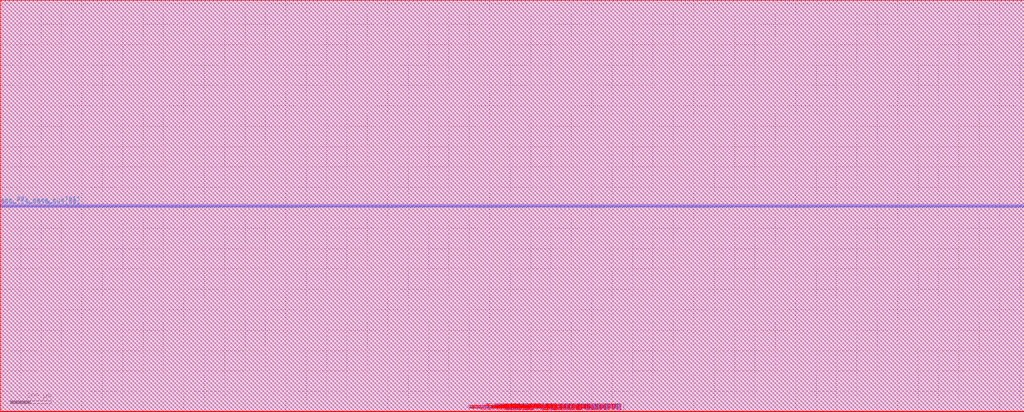
<source format=lef>
##
## LEF for PtnCells ;
## created by First Encounter v08.10-s273_1 on Tue May 14 04:24:54 2013
##

VERSION 5.5 ;

NAMESCASESENSITIVE ON ;
BUSBITCHARS "[]" ;
DIVIDERCHAR "/" ;

UNITS
  DATABASE MICRONS 1000 ;
END UNITS

MACRO top_level
  CLASS BLOCK ;
  SIZE 5020.0000 BY 2020.0000 ;
  FOREIGN top_level 0 0 ;
  ORIGIN 0 0 ;
  SYMMETRY X Y R90 ;
  PIN clk
    DIRECTION INPUT ;
    USE SIGNAL ;
    ANTENNAPARTIALMETALAREA 3.14 LAYER M2  ;
    ANTENNAPARTIALMETALSIDEAREA 11.618 LAYER M2  ;
    ANTENNAPARTIALCUTAREA 0.08 LAYER V2  ;
    ANTENNAPARTIALMETALAREA 4.32 LAYER M3  ;
    ANTENNAPARTIALMETALSIDEAREA 16.576 LAYER M3  ;
    ANTENNAMODEL OXIDE1 ;
    ANTENNAGATEAREA 1.7016 LAYER M3  ;
    ANTENNAMAXAREACAR 2.89563 LAYER M3  ;
    ANTENNAMAXSIDEAREACAR 11.3162 LAYER M3  ;
    ANTENNAMAXCUTCAR 0.0470146 LAYER VL  ;
    PORT
      LAYER M2 ;
        RECT 2473.7000 0.0000 2473.9000 0.6000 ;
    END
  END clk
  PIN reset
    DIRECTION INPUT ;
    USE SIGNAL ;
    ANTENNAMODEL OXIDE1 ;
    ANTENNAGATEAREA 0.0888 LAYER MQ  ;
    ANTENNAMAXAREACAR 50.4189 LAYER MQ  ;
    ANTENNAMAXSIDEAREACAR 185.523 LAYER MQ  ;
    ANTENNAMAXCUTCAR 4.95496 LAYER VQ  ;
    PORT
      LAYER MQ ;
        RECT 2389.2000 0.0000 2389.6000 1.2000 ;
    END
  END reset
  PIN acc_fft_get
    DIRECTION INPUT ;
    USE SIGNAL ;
    ANTENNAPARTIALMETALAREA 8.66 LAYER M2  ;
    ANTENNAPARTIALMETALSIDEAREA 32.042 LAYER M2  ;
    ANTENNAPARTIALCUTAREA 0.08 LAYER V2  ;
    ANTENNAPARTIALMETALAREA 2 LAYER M3  ;
    ANTENNAPARTIALMETALSIDEAREA 7.696 LAYER M3  ;
    ANTENNAMODEL OXIDE1 ;
    ANTENNAGATEAREA 0.0888 LAYER M3  ;
    ANTENNAMAXAREACAR 40.7342 LAYER M3  ;
    ANTENNAMAXSIDEAREACAR 156.356 LAYER M3  ;
    ANTENNAMAXCUTCAR 1.35135 LAYER VL  ;
    PORT
      LAYER M2 ;
        RECT 2358.1000 0.0000 2358.3000 0.6000 ;
    END
  END acc_fft_get
  PIN acc_fft_put
    DIRECTION INPUT ;
    USE SIGNAL ;
    ANTENNAMODEL OXIDE1 ;
    ANTENNAGATEAREA 0.0888 LAYER MQ  ;
    ANTENNAMAXAREACAR 65.2838 LAYER MQ  ;
    ANTENNAMAXSIDEAREACAR 248.856 LAYER MQ  ;
    ANTENNAMAXCUTCAR 3.15315 LAYER VQ  ;
    PORT
      LAYER MQ ;
        RECT 2429.2000 0.0000 2429.6000 1.2000 ;
    END
  END acc_fft_put
  PIN acc_fir_get
    DIRECTION INPUT ;
    USE SIGNAL ;
    ANTENNAPARTIALMETALAREA 3.54 LAYER M2  ;
    ANTENNAPARTIALMETALSIDEAREA 13.098 LAYER M2  ;
    ANTENNAPARTIALCUTAREA 0.08 LAYER V2  ;
    ANTENNAPARTIALMETALAREA 1.8 LAYER M3  ;
    ANTENNAPARTIALMETALSIDEAREA 7.104 LAYER M3  ;
    ANTENNAMODEL OXIDE1 ;
    ANTENNAGATEAREA 0.0888 LAYER M3  ;
    ANTENNAMAXAREACAR 28.5721 LAYER M3  ;
    ANTENNAMAXSIDEAREACAR 113.023 LAYER M3  ;
    ANTENNAMAXCUTCAR 1.35135 LAYER VL  ;
    PORT
      LAYER M2 ;
        RECT 2325.7000 0.0000 2325.9000 0.6000 ;
    END
  END acc_fir_get
  PIN acc_fir_put
    DIRECTION INPUT ;
    USE SIGNAL ;
    ANTENNAPARTIALMETALAREA 5.86 LAYER M2  ;
    ANTENNAPARTIALMETALSIDEAREA 21.682 LAYER M2  ;
    ANTENNAPARTIALCUTAREA 0.08 LAYER V2  ;
    ANTENNAPARTIALMETALAREA 9.84 LAYER M3  ;
    ANTENNAPARTIALMETALSIDEAREA 37.296 LAYER M3  ;
    ANTENNAMODEL OXIDE1 ;
    ANTENNAGATEAREA 0.0888 LAYER M3  ;
    ANTENNAMAXAREACAR 114.608 LAYER M3  ;
    ANTENNAMAXSIDEAREACAR 436.356 LAYER M3  ;
    ANTENNAMAXCUTCAR 1.35135 LAYER VL  ;
    PORT
      LAYER M2 ;
        RECT 2384.1000 0.0000 2384.3000 0.6000 ;
    END
  END acc_fir_put
  PIN acc_fft_data_out[31]
    DIRECTION INPUT ;
    USE SIGNAL ;
    PORT
      LAYER M2 ;
        RECT 2510.1000 2019.4000 2510.3000 2020.0000 ;
    END
  END acc_fft_data_out[31]
  PIN acc_fft_data_out[30]
    DIRECTION INPUT ;
    USE SIGNAL ;
    PORT
      LAYER MQ ;
        RECT 2510.0000 2018.8000 2510.4000 2020.0000 ;
    END
  END acc_fft_data_out[30]
  PIN acc_fft_data_out[29]
    DIRECTION INPUT ;
    USE SIGNAL ;
    PORT
      LAYER M2 ;
        RECT 2510.9000 2019.4000 2511.1000 2020.0000 ;
    END
  END acc_fft_data_out[29]
  PIN acc_fft_data_out[28]
    DIRECTION INPUT ;
    USE SIGNAL ;
    PORT
      LAYER M2 ;
        RECT 2511.7000 2019.4000 2511.9000 2020.0000 ;
    END
  END acc_fft_data_out[28]
  PIN acc_fft_data_out[27]
    DIRECTION INPUT ;
    USE SIGNAL ;
    PORT
      LAYER MQ ;
        RECT 2511.6000 2018.8000 2512.0000 2020.0000 ;
    END
  END acc_fft_data_out[27]
  PIN acc_fft_data_out[26]
    DIRECTION INPUT ;
    USE SIGNAL ;
    PORT
      LAYER M2 ;
        RECT 2509.3000 2019.4000 2509.5000 2020.0000 ;
    END
  END acc_fft_data_out[26]
  PIN acc_fft_data_out[25]
    DIRECTION INPUT ;
    USE SIGNAL ;
    PORT
      LAYER M2 ;
        RECT 2508.5000 2019.4000 2508.7000 2020.0000 ;
    END
  END acc_fft_data_out[25]
  PIN acc_fft_data_out[24]
    DIRECTION INPUT ;
    USE SIGNAL ;
    PORT
      LAYER MQ ;
        RECT 2508.4000 2018.8000 2508.8000 2020.0000 ;
    END
  END acc_fft_data_out[24]
  PIN acc_fft_data_out[23]
    DIRECTION INPUT ;
    USE SIGNAL ;
    PORT
      LAYER M2 ;
        RECT 2513.3000 2019.4000 2513.5000 2020.0000 ;
    END
  END acc_fft_data_out[23]
  PIN acc_fft_data_out[22]
    DIRECTION INPUT ;
    USE SIGNAL ;
    PORT
      LAYER MQ ;
        RECT 2513.2000 2018.8000 2513.6000 2020.0000 ;
    END
  END acc_fft_data_out[22]
  PIN acc_fft_data_out[21]
    DIRECTION INPUT ;
    USE SIGNAL ;
    PORT
      LAYER M2 ;
        RECT 2506.9000 2019.4000 2507.1000 2020.0000 ;
    END
  END acc_fft_data_out[21]
  PIN acc_fft_data_out[20]
    DIRECTION INPUT ;
    USE SIGNAL ;
    PORT
      LAYER MQ ;
        RECT 2506.8000 2018.8000 2507.2000 2020.0000 ;
    END
  END acc_fft_data_out[20]
  PIN acc_fft_data_out[19]
    DIRECTION INPUT ;
    USE SIGNAL ;
    PORT
      LAYER M2 ;
        RECT 2512.5000 2019.4000 2512.7000 2020.0000 ;
    END
  END acc_fft_data_out[19]
  PIN acc_fft_data_out[18]
    DIRECTION INPUT ;
    USE SIGNAL ;
    PORT
      LAYER M2 ;
        RECT 2514.9000 2019.4000 2515.1000 2020.0000 ;
    END
  END acc_fft_data_out[18]
  PIN acc_fft_data_out[17]
    DIRECTION INPUT ;
    USE SIGNAL ;
    PORT
      LAYER MQ ;
        RECT 2514.8000 2018.8000 2515.2000 2020.0000 ;
    END
  END acc_fft_data_out[17]
  PIN acc_fft_data_out[16]
    DIRECTION INPUT ;
    USE SIGNAL ;
    PORT
      LAYER M2 ;
        RECT 2507.7000 2019.4000 2507.9000 2020.0000 ;
    END
  END acc_fft_data_out[16]
  PIN acc_fft_data_out[15]
    DIRECTION INPUT ;
    USE SIGNAL ;
    PORT
      LAYER M2 ;
        RECT 2505.3000 2019.4000 2505.5000 2020.0000 ;
    END
  END acc_fft_data_out[15]
  PIN acc_fft_data_out[14]
    DIRECTION INPUT ;
    USE SIGNAL ;
    PORT
      LAYER MQ ;
        RECT 2505.2000 2018.8000 2505.6000 2020.0000 ;
    END
  END acc_fft_data_out[14]
  PIN acc_fft_data_out[13]
    DIRECTION INPUT ;
    USE SIGNAL ;
    PORT
      LAYER M3 ;
        RECT 0.0000 1010.1000 0.6000 1010.3000 ;
    END
  END acc_fft_data_out[13]
  PIN acc_fft_data_out[12]
    DIRECTION INPUT ;
    USE SIGNAL ;
    PORT
      LAYER MG ;
        RECT 0.0000 1010.0000 1.2000 1010.4000 ;
    END
  END acc_fft_data_out[12]
  PIN acc_fft_data_out[11]
    DIRECTION INPUT ;
    USE SIGNAL ;
    PORT
      LAYER M3 ;
        RECT 0.0000 1010.9000 0.6000 1011.1000 ;
    END
  END acc_fft_data_out[11]
  PIN acc_fft_data_out[10]
    DIRECTION INPUT ;
    USE SIGNAL ;
    PORT
      LAYER M3 ;
        RECT 0.0000 1011.7000 0.6000 1011.9000 ;
    END
  END acc_fft_data_out[10]
  PIN acc_fft_data_out[9]
    DIRECTION INPUT ;
    USE SIGNAL ;
    PORT
      LAYER MG ;
        RECT 0.0000 1011.6000 1.2000 1012.0000 ;
    END
  END acc_fft_data_out[9]
  PIN acc_fft_data_out[8]
    DIRECTION INPUT ;
    USE SIGNAL ;
    PORT
      LAYER M3 ;
        RECT 0.0000 1009.3000 0.6000 1009.5000 ;
    END
  END acc_fft_data_out[8]
  PIN acc_fft_data_out[7]
    DIRECTION INPUT ;
    USE SIGNAL ;
    PORT
      LAYER M3 ;
        RECT 0.0000 1008.5000 0.6000 1008.7000 ;
    END
  END acc_fft_data_out[7]
  PIN acc_fft_data_out[6]
    DIRECTION INPUT ;
    USE SIGNAL ;
    PORT
      LAYER MG ;
        RECT 0.0000 1008.4000 1.2000 1008.8000 ;
    END
  END acc_fft_data_out[6]
  PIN acc_fft_data_out[5]
    DIRECTION INPUT ;
    USE SIGNAL ;
    PORT
      LAYER M3 ;
        RECT 0.0000 1013.3000 0.6000 1013.5000 ;
    END
  END acc_fft_data_out[5]
  PIN acc_fft_data_out[4]
    DIRECTION INPUT ;
    USE SIGNAL ;
    PORT
      LAYER MG ;
        RECT 0.0000 1013.2000 1.2000 1013.6000 ;
    END
  END acc_fft_data_out[4]
  PIN acc_fft_data_out[3]
    DIRECTION INPUT ;
    USE SIGNAL ;
    PORT
      LAYER M3 ;
        RECT 0.0000 1006.9000 0.6000 1007.1000 ;
    END
  END acc_fft_data_out[3]
  PIN acc_fft_data_out[2]
    DIRECTION INPUT ;
    USE SIGNAL ;
    PORT
      LAYER MG ;
        RECT 0.0000 1006.8000 1.2000 1007.2000 ;
    END
  END acc_fft_data_out[2]
  PIN acc_fft_data_out[1]
    DIRECTION INPUT ;
    USE SIGNAL ;
    PORT
      LAYER M3 ;
        RECT 0.0000 1012.5000 0.6000 1012.7000 ;
    END
  END acc_fft_data_out[1]
  PIN acc_fft_data_out[0]
    DIRECTION INPUT ;
    USE SIGNAL ;
    PORT
      LAYER M3 ;
        RECT 0.0000 1014.9000 0.6000 1015.1000 ;
    END
  END acc_fft_data_out[0]
  PIN acc_fft_data_in[31]
    DIRECTION INPUT ;
    USE SIGNAL ;
    ANTENNAPARTIALMETALAREA 3.06 LAYER M2  ;
    ANTENNAPARTIALMETALSIDEAREA 11.322 LAYER M2  ;
    ANTENNAMODEL OXIDE1 ;
    ANTENNAGATEAREA 0.0888 LAYER M2  ;
    ANTENNAMAXAREACAR 36.0045 LAYER M2  ;
    ANTENNAMAXSIDEAREACAR 133.856 LAYER M2  ;
    ANTENNAMAXCUTCAR 0.45045 LAYER V2  ;
    PORT
      LAYER M2 ;
        RECT 2657.7000 0.0000 2657.9000 0.6000 ;
    END
  END acc_fft_data_in[31]
  PIN acc_fft_data_in[30]
    DIRECTION INPUT ;
    USE SIGNAL ;
    ANTENNAPARTIALMETALAREA 3.22 LAYER M2  ;
    ANTENNAPARTIALMETALSIDEAREA 11.914 LAYER M2  ;
    ANTENNAMODEL OXIDE1 ;
    ANTENNAGATEAREA 0.0888 LAYER M2  ;
    ANTENNAMAXAREACAR 37.8063 LAYER M2  ;
    ANTENNAMAXSIDEAREACAR 140.523 LAYER M2  ;
    ANTENNAMAXCUTCAR 0.45045 LAYER V2  ;
    PORT
      LAYER M2 ;
        RECT 2662.9000 0.0000 2663.1000 0.6000 ;
    END
  END acc_fft_data_in[30]
  PIN acc_fft_data_in[29]
    DIRECTION INPUT ;
    USE SIGNAL ;
    ANTENNAMODEL OXIDE1 ;
    ANTENNAGATEAREA 0.0888 LAYER MQ  ;
    ANTENNAMAXAREACAR 21.1396 LAYER MQ  ;
    ANTENNAMAXSIDEAREACAR 75.5225 LAYER MQ  ;
    ANTENNAMAXCUTCAR 4.95496 LAYER VQ  ;
    PORT
      LAYER MQ ;
        RECT 2662.8000 0.0000 2663.2000 1.2000 ;
    END
  END acc_fft_data_in[29]
  PIN acc_fft_data_in[28]
    DIRECTION INPUT ;
    USE SIGNAL ;
    ANTENNAPARTIALMETALAREA 3.62 LAYER M2  ;
    ANTENNAPARTIALMETALSIDEAREA 13.394 LAYER M2  ;
    ANTENNAMODEL OXIDE1 ;
    ANTENNAGATEAREA 0.0888 LAYER M2  ;
    ANTENNAMAXAREACAR 42.3108 LAYER M2  ;
    ANTENNAMAXSIDEAREACAR 157.189 LAYER M2  ;
    ANTENNAMAXCUTCAR 0.45045 LAYER V2  ;
    PORT
      LAYER M2 ;
        RECT 2668.5000 0.0000 2668.7000 0.6000 ;
    END
  END acc_fft_data_in[28]
  PIN acc_fft_data_in[27]
    DIRECTION INPUT ;
    USE SIGNAL ;
    ANTENNAPARTIALMETALAREA 3.22 LAYER M2  ;
    ANTENNAPARTIALMETALSIDEAREA 11.914 LAYER M2  ;
    ANTENNAMODEL OXIDE1 ;
    ANTENNAGATEAREA 0.0888 LAYER M2  ;
    ANTENNAMAXAREACAR 37.8063 LAYER M2  ;
    ANTENNAMAXSIDEAREACAR 140.523 LAYER M2  ;
    ANTENNAMAXCUTCAR 0.45045 LAYER V2  ;
    PORT
      LAYER M2 ;
        RECT 2604.1000 0.0000 2604.3000 0.6000 ;
    END
  END acc_fft_data_in[27]
  PIN acc_fft_data_in[26]
    DIRECTION INPUT ;
    USE SIGNAL ;
    ANTENNAPARTIALMETALAREA 2.18 LAYER M2  ;
    ANTENNAPARTIALMETALSIDEAREA 8.066 LAYER M2  ;
    ANTENNAMODEL OXIDE1 ;
    ANTENNAGATEAREA 0.0888 LAYER M2  ;
    ANTENNAMAXAREACAR 26.0946 LAYER M2  ;
    ANTENNAMAXSIDEAREACAR 97.1892 LAYER M2  ;
    ANTENNAMAXCUTCAR 0.45045 LAYER V2  ;
    PORT
      LAYER M2 ;
        RECT 2613.7000 0.0000 2613.9000 0.6000 ;
    END
  END acc_fft_data_in[26]
  PIN acc_fft_data_in[25]
    DIRECTION INPUT ;
    USE SIGNAL ;
    ANTENNAPARTIALMETALAREA 43.02 LAYER M2  ;
    ANTENNAPARTIALMETALSIDEAREA 159.914 LAYER M2  ;
    ANTENNAPARTIALCUTAREA 0.04 LAYER V2  ;
    ANTENNAPARTIALMETALAREA 0.24 LAYER M3  ;
    ANTENNAPARTIALMETALSIDEAREA 1.184 LAYER M3  ;
    ANTENNAMODEL OXIDE1 ;
    ANTENNAGATEAREA 0.0888 LAYER M3  ;
    ANTENNAMAXAREACAR 22.7162 LAYER M3  ;
    ANTENNAMAXSIDEAREACAR 89.6892 LAYER M3  ;
    ANTENNAMAXCUTCAR 0.900901 LAYER VL  ;
    PORT
      LAYER M2 ;
        RECT 2521.3000 0.0000 2521.5000 0.6000 ;
    END
  END acc_fft_data_in[25]
  PIN acc_fft_data_in[24]
    DIRECTION INPUT ;
    USE SIGNAL ;
    ANTENNAPARTIALMETALAREA 5.94 LAYER M2  ;
    ANTENNAPARTIALMETALSIDEAREA 21.978 LAYER M2  ;
    ANTENNAPARTIALCUTAREA 0.08 LAYER V2  ;
    ANTENNAPARTIALMETALAREA 2.32 LAYER M3  ;
    ANTENNAPARTIALMETALSIDEAREA 9.176 LAYER M3  ;
    ANTENNAMODEL OXIDE1 ;
    ANTENNAGATEAREA 0.0888 LAYER M3  ;
    ANTENNAMAXAREACAR 29.0225 LAYER M3  ;
    ANTENNAMAXSIDEAREACAR 116.356 LAYER M3  ;
    ANTENNAMAXCUTCAR 0.900901 LAYER VL  ;
    PORT
      LAYER M2 ;
        RECT 2526.1000 0.0000 2526.3000 0.6000 ;
    END
  END acc_fft_data_in[24]
  PIN acc_fft_data_in[23]
    DIRECTION INPUT ;
    USE SIGNAL ;
    ANTENNAPARTIALMETALAREA 2.34 LAYER M2  ;
    ANTENNAPARTIALMETALSIDEAREA 8.658 LAYER M2  ;
    ANTENNAMODEL OXIDE1 ;
    ANTENNAGATEAREA 0.0888 LAYER M2  ;
    ANTENNAMAXAREACAR 27.8964 LAYER M2  ;
    ANTENNAMAXSIDEAREACAR 103.856 LAYER M2  ;
    ANTENNAMAXCUTCAR 0.45045 LAYER V2  ;
    PORT
      LAYER M2 ;
        RECT 2604.9000 0.0000 2605.1000 0.6000 ;
    END
  END acc_fft_data_in[23]
  PIN acc_fft_data_in[22]
    DIRECTION INPUT ;
    USE SIGNAL ;
    ANTENNAPARTIALMETALAREA 3.62 LAYER M2  ;
    ANTENNAPARTIALMETALSIDEAREA 13.394 LAYER M2  ;
    ANTENNAMODEL OXIDE1 ;
    ANTENNAGATEAREA 0.0888 LAYER M2  ;
    ANTENNAMAXAREACAR 42.3108 LAYER M2  ;
    ANTENNAMAXSIDEAREACAR 157.189 LAYER M2  ;
    ANTENNAMAXCUTCAR 0.45045 LAYER V2  ;
    PORT
      LAYER M2 ;
        RECT 2675.3000 0.0000 2675.5000 0.6000 ;
    END
  END acc_fft_data_in[22]
  PIN acc_fft_data_in[21]
    DIRECTION INPUT ;
    USE SIGNAL ;
    ANTENNAPARTIALMETALAREA 2.18 LAYER M2  ;
    ANTENNAPARTIALMETALSIDEAREA 8.066 LAYER M2  ;
    ANTENNAMODEL OXIDE1 ;
    ANTENNAGATEAREA 0.0888 LAYER M2  ;
    ANTENNAMAXAREACAR 26.0946 LAYER M2  ;
    ANTENNAMAXSIDEAREACAR 97.1892 LAYER M2  ;
    ANTENNAMAXCUTCAR 0.45045 LAYER V2  ;
    PORT
      LAYER M2 ;
        RECT 2666.5000 0.0000 2666.7000 0.6000 ;
    END
  END acc_fft_data_in[21]
  PIN acc_fft_data_in[20]
    DIRECTION INPUT ;
    USE SIGNAL ;
    ANTENNAPARTIALMETALAREA 2.18 LAYER M2  ;
    ANTENNAPARTIALMETALSIDEAREA 8.066 LAYER M2  ;
    ANTENNAMODEL OXIDE1 ;
    ANTENNAGATEAREA 0.0888 LAYER M2  ;
    ANTENNAMAXAREACAR 26.0946 LAYER M2  ;
    ANTENNAMAXSIDEAREACAR 97.1892 LAYER M2  ;
    ANTENNAMAXCUTCAR 0.45045 LAYER V2  ;
    PORT
      LAYER M2 ;
        RECT 2608.9000 0.0000 2609.1000 0.6000 ;
    END
  END acc_fft_data_in[20]
  PIN acc_fft_data_in[19]
    DIRECTION INPUT ;
    USE SIGNAL ;
    ANTENNAMODEL OXIDE1 ;
    ANTENNAGATEAREA 0.0888 LAYER MQ  ;
    ANTENNAMAXAREACAR 54.9234 LAYER MQ  ;
    ANTENNAMAXSIDEAREACAR 208.856 LAYER MQ  ;
    ANTENNAMAXCUTCAR 3.15315 LAYER VQ  ;
    PORT
      LAYER MQ ;
        RECT 2521.2000 0.0000 2521.6000 1.2000 ;
    END
  END acc_fft_data_in[19]
  PIN acc_fft_data_in[18]
    DIRECTION INPUT ;
    USE SIGNAL ;
    ANTENNAPARTIALMETALAREA 3.62 LAYER M2  ;
    ANTENNAPARTIALMETALSIDEAREA 13.394 LAYER M2  ;
    ANTENNAMODEL OXIDE1 ;
    ANTENNAGATEAREA 0.0888 LAYER M2  ;
    ANTENNAMAXAREACAR 42.3108 LAYER M2  ;
    ANTENNAMAXSIDEAREACAR 157.189 LAYER M2  ;
    ANTENNAMAXCUTCAR 0.45045 LAYER V2  ;
    PORT
      LAYER M2 ;
        RECT 2572.5000 0.0000 2572.7000 0.6000 ;
    END
  END acc_fft_data_in[18]
  PIN acc_fft_data_in[17]
    DIRECTION INPUT ;
    USE SIGNAL ;
    ANTENNAPARTIALMETALAREA 12.5 LAYER M2  ;
    ANTENNAPARTIALMETALSIDEAREA 46.25 LAYER M2  ;
    ANTENNAPARTIALCUTAREA 0.08 LAYER V2  ;
    ANTENNAPARTIALMETALAREA 0.44 LAYER M3  ;
    ANTENNAPARTIALMETALSIDEAREA 1.776 LAYER M3  ;
    ANTENNAMODEL OXIDE1 ;
    ANTENNAGATEAREA 0.0888 LAYER M3  ;
    ANTENNAMAXAREACAR 39.3829 LAYER M3  ;
    ANTENNAMAXSIDEAREACAR 149.689 LAYER M3  ;
    ANTENNAMAXCUTCAR 1.35135 LAYER VL  ;
    PORT
      LAYER M2 ;
        RECT 2535.7000 0.0000 2535.9000 0.6000 ;
    END
  END acc_fft_data_in[17]
  PIN acc_fft_data_in[16]
    DIRECTION INPUT ;
    USE SIGNAL ;
    ANTENNAPARTIALMETALAREA 5.06 LAYER M2  ;
    ANTENNAPARTIALMETALSIDEAREA 18.722 LAYER M2  ;
    ANTENNAPARTIALCUTAREA 0.08 LAYER V2  ;
    ANTENNAPARTIALMETALAREA 0.52 LAYER M3  ;
    ANTENNAPARTIALMETALSIDEAREA 2.072 LAYER M3  ;
    ANTENNAMODEL OXIDE1 ;
    ANTENNAGATEAREA 0.0888 LAYER M3  ;
    ANTENNAMAXAREACAR 119.563 LAYER M3  ;
    ANTENNAMAXSIDEAREACAR 446.356 LAYER M3  ;
    ANTENNAMAXCUTCAR 1.35135 LAYER VL  ;
    PORT
      LAYER M2 ;
        RECT 2546.9000 0.0000 2547.1000 0.6000 ;
    END
  END acc_fft_data_in[16]
  PIN acc_fft_data_in[15]
    DIRECTION INPUT ;
    USE SIGNAL ;
    ANTENNAPARTIALMETALAREA 3.38 LAYER M2  ;
    ANTENNAPARTIALMETALSIDEAREA 12.506 LAYER M2  ;
    ANTENNAMODEL OXIDE1 ;
    ANTENNAGATEAREA 0.0888 LAYER M2  ;
    ANTENNAMAXAREACAR 39.6081 LAYER M2  ;
    ANTENNAMAXSIDEAREACAR 147.189 LAYER M2  ;
    ANTENNAMAXCUTCAR 0.45045 LAYER V2  ;
    PORT
      LAYER M2 ;
        RECT 2598.9000 0.0000 2599.1000 0.6000 ;
    END
  END acc_fft_data_in[15]
  PIN acc_fft_data_in[14]
    DIRECTION INPUT ;
    USE SIGNAL ;
    ANTENNAPARTIALMETALAREA 2.18 LAYER M2  ;
    ANTENNAPARTIALMETALSIDEAREA 8.066 LAYER M2  ;
    ANTENNAMODEL OXIDE1 ;
    ANTENNAGATEAREA 0.0888 LAYER M2  ;
    ANTENNAMAXAREACAR 26.0946 LAYER M2  ;
    ANTENNAMAXSIDEAREACAR 97.1892 LAYER M2  ;
    ANTENNAMAXCUTCAR 0.45045 LAYER V2  ;
    PORT
      LAYER M2 ;
        RECT 2570.9000 0.0000 2571.1000 0.6000 ;
    END
  END acc_fft_data_in[14]
  PIN acc_fft_data_in[13]
    DIRECTION INPUT ;
    USE SIGNAL ;
    ANTENNAPARTIALMETALAREA 2.18 LAYER M2  ;
    ANTENNAPARTIALMETALSIDEAREA 8.066 LAYER M2  ;
    ANTENNAMODEL OXIDE1 ;
    ANTENNAGATEAREA 0.0888 LAYER M2  ;
    ANTENNAMAXAREACAR 26.0946 LAYER M2  ;
    ANTENNAMAXSIDEAREACAR 97.1892 LAYER M2  ;
    ANTENNAMAXCUTCAR 0.45045 LAYER V2  ;
    PORT
      LAYER M2 ;
        RECT 2621.3000 0.0000 2621.5000 0.6000 ;
    END
  END acc_fft_data_in[13]
  PIN acc_fft_data_in[12]
    DIRECTION INPUT ;
    USE SIGNAL ;
    ANTENNAPARTIALMETALAREA 2.18 LAYER M2  ;
    ANTENNAPARTIALMETALSIDEAREA 8.066 LAYER M2  ;
    ANTENNAMODEL OXIDE1 ;
    ANTENNAGATEAREA 0.0888 LAYER M2  ;
    ANTENNAMAXAREACAR 26.0946 LAYER M2  ;
    ANTENNAMAXSIDEAREACAR 97.1892 LAYER M2  ;
    ANTENNAMAXCUTCAR 0.45045 LAYER V2  ;
    PORT
      LAYER M2 ;
        RECT 2566.1000 0.0000 2566.3000 0.6000 ;
    END
  END acc_fft_data_in[12]
  PIN acc_fft_data_in[11]
    DIRECTION INPUT ;
    USE SIGNAL ;
    ANTENNAPARTIALMETALAREA 5.06 LAYER M2  ;
    ANTENNAPARTIALMETALSIDEAREA 18.722 LAYER M2  ;
    ANTENNAMODEL OXIDE1 ;
    ANTENNAGATEAREA 0.0888 LAYER M2  ;
    ANTENNAMAXAREACAR 58.527 LAYER M2  ;
    ANTENNAMAXSIDEAREACAR 217.189 LAYER M2  ;
    ANTENNAMAXCUTCAR 0.45045 LAYER V2  ;
    PORT
      LAYER M2 ;
        RECT 2670.9000 0.0000 2671.1000 0.6000 ;
    END
  END acc_fft_data_in[11]
  PIN acc_fft_data_in[10]
    DIRECTION INPUT ;
    USE SIGNAL ;
    ANTENNAPARTIALMETALAREA 3.06 LAYER M2  ;
    ANTENNAPARTIALMETALSIDEAREA 11.322 LAYER M2  ;
    ANTENNAMODEL OXIDE1 ;
    ANTENNAGATEAREA 0.0888 LAYER M2  ;
    ANTENNAMAXAREACAR 36.0045 LAYER M2  ;
    ANTENNAMAXSIDEAREACAR 133.856 LAYER M2  ;
    ANTENNAMAXCUTCAR 0.45045 LAYER V2  ;
    PORT
      LAYER M2 ;
        RECT 2673.7000 0.0000 2673.9000 0.6000 ;
    END
  END acc_fft_data_in[10]
  PIN acc_fft_data_in[9]
    DIRECTION INPUT ;
    USE SIGNAL ;
    ANTENNAPARTIALMETALAREA 2.34 LAYER M2  ;
    ANTENNAPARTIALMETALSIDEAREA 8.658 LAYER M2  ;
    ANTENNAMODEL OXIDE1 ;
    ANTENNAGATEAREA 0.0888 LAYER M2  ;
    ANTENNAMAXAREACAR 27.8964 LAYER M2  ;
    ANTENNAMAXSIDEAREACAR 103.856 LAYER M2  ;
    ANTENNAMAXCUTCAR 0.45045 LAYER V2  ;
    PORT
      LAYER M2 ;
        RECT 2663.7000 0.0000 2663.9000 0.6000 ;
    END
  END acc_fft_data_in[9]
  PIN acc_fft_data_in[8]
    DIRECTION INPUT ;
    USE SIGNAL ;
    ANTENNAPARTIALMETALAREA 4.78 LAYER M2  ;
    ANTENNAPARTIALMETALSIDEAREA 17.834 LAYER M2  ;
    ANTENNAMODEL OXIDE1 ;
    ANTENNAGATEAREA 0.0888 LAYER M2  ;
    ANTENNAMAXAREACAR 55.3739 LAYER M2  ;
    ANTENNAMAXSIDEAREACAR 207.189 LAYER M2  ;
    ANTENNAMAXCUTCAR 0.45045 LAYER V2  ;
    PORT
      LAYER M2 ;
        RECT 2658.5000 0.0000 2658.7000 0.6000 ;
    END
  END acc_fft_data_in[8]
  PIN acc_fft_data_in[7]
    DIRECTION INPUT ;
    USE SIGNAL ;
    ANTENNAMODEL OXIDE1 ;
    ANTENNAGATEAREA 0.0888 LAYER MQ  ;
    ANTENNAMAXAREACAR 74.2928 LAYER MQ  ;
    ANTENNAMAXSIDEAREACAR 285.523 LAYER MQ  ;
    ANTENNAMAXCUTCAR 3.15315 LAYER VQ  ;
    PORT
      LAYER MQ ;
        RECT 2535.6000 0.0000 2536.0000 1.2000 ;
    END
  END acc_fft_data_in[7]
  PIN acc_fft_data_in[6]
    DIRECTION INPUT ;
    USE SIGNAL ;
    ANTENNAPARTIALMETALAREA 3.06 LAYER M2  ;
    ANTENNAPARTIALMETALSIDEAREA 11.322 LAYER M2  ;
    ANTENNAMODEL OXIDE1 ;
    ANTENNAGATEAREA 0.0888 LAYER M2  ;
    ANTENNAMAXAREACAR 36.0045 LAYER M2  ;
    ANTENNAMAXSIDEAREACAR 133.856 LAYER M2  ;
    ANTENNAMAXCUTCAR 0.45045 LAYER V2  ;
    PORT
      LAYER M2 ;
        RECT 2566.9000 0.0000 2567.1000 0.6000 ;
    END
  END acc_fft_data_in[6]
  PIN acc_fft_data_in[5]
    DIRECTION INPUT ;
    USE SIGNAL ;
    ANTENNAMODEL OXIDE1 ;
    ANTENNAGATEAREA 0.0888 LAYER MQ  ;
    ANTENNAMAXAREACAR 31.5 LAYER MQ  ;
    ANTENNAMAXSIDEAREACAR 112.189 LAYER MQ  ;
    ANTENNAMAXCUTCAR 4.95496 LAYER VQ  ;
    PORT
      LAYER MQ ;
        RECT 2598.8000 0.0000 2599.2000 1.2000 ;
    END
  END acc_fft_data_in[5]
  PIN acc_fft_data_in[4]
    DIRECTION INPUT ;
    USE SIGNAL ;
    ANTENNAPARTIALMETALAREA 1.22 LAYER M2  ;
    ANTENNAPARTIALMETALSIDEAREA 4.514 LAYER M2  ;
    ANTENNAPARTIALCUTAREA 0.08 LAYER V2  ;
    ANTENNAPARTIALMETALAREA 24.76 LAYER M3  ;
    ANTENNAPARTIALMETALSIDEAREA 92.648 LAYER M3  ;
    ANTENNAMODEL OXIDE1 ;
    ANTENNAGATEAREA 0.2136 LAYER M3  ;
    ANTENNAMAXAREACAR 116.96 LAYER M3  ;
    ANTENNAMAXSIDEAREACAR 438.586 LAYER M3  ;
    ANTENNAMAXCUTCAR 0.561798 LAYER VL  ;
    PORT
      LAYER M2 ;
        RECT 2527.7000 0.0000 2527.9000 0.6000 ;
    END
  END acc_fft_data_in[4]
  PIN acc_fft_data_in[3]
    DIRECTION INPUT ;
    USE SIGNAL ;
    ANTENNAPARTIALMETALAREA 2.18 LAYER M2  ;
    ANTENNAPARTIALMETALSIDEAREA 8.066 LAYER M2  ;
    ANTENNAMODEL OXIDE1 ;
    ANTENNAGATEAREA 0.0888 LAYER M2  ;
    ANTENNAMAXAREACAR 26.0946 LAYER M2  ;
    ANTENNAMAXSIDEAREACAR 97.1892 LAYER M2  ;
    ANTENNAMAXCUTCAR 0.45045 LAYER V2  ;
    PORT
      LAYER M2 ;
        RECT 2636.1000 0.0000 2636.3000 0.6000 ;
    END
  END acc_fft_data_in[3]
  PIN acc_fft_data_in[2]
    DIRECTION INPUT ;
    USE SIGNAL ;
    ANTENNAPARTIALMETALAREA 15.06 LAYER M2  ;
    ANTENNAPARTIALMETALSIDEAREA 55.722 LAYER M2  ;
    ANTENNAPARTIALCUTAREA 0.08 LAYER V2  ;
    ANTENNAPARTIALMETALAREA 3.08 LAYER M3  ;
    ANTENNAPARTIALMETALSIDEAREA 12.136 LAYER M3  ;
    ANTENNAMODEL OXIDE1 ;
    ANTENNAGATEAREA 0.0888 LAYER M3  ;
    ANTENNAMAXAREACAR 39.3829 LAYER M3  ;
    ANTENNAMAXSIDEAREACAR 156.356 LAYER M3  ;
    ANTENNAMAXCUTCAR 1.35135 LAYER VL  ;
    PORT
      LAYER M2 ;
        RECT 2560.9000 0.0000 2561.1000 0.6000 ;
    END
  END acc_fft_data_in[2]
  PIN acc_fft_data_in[1]
    DIRECTION INPUT ;
    USE SIGNAL ;
    ANTENNAPARTIALMETALAREA 4.5 LAYER M2  ;
    ANTENNAPARTIALMETALSIDEAREA 16.65 LAYER M2  ;
    ANTENNAMODEL OXIDE1 ;
    ANTENNAGATEAREA 0.0888 LAYER M2  ;
    ANTENNAMAXAREACAR 52.2207 LAYER M2  ;
    ANTENNAMAXSIDEAREACAR 193.856 LAYER M2  ;
    ANTENNAMAXCUTCAR 0.45045 LAYER V2  ;
    PORT
      LAYER M2 ;
        RECT 2584.1000 0.0000 2584.3000 0.6000 ;
    END
  END acc_fft_data_in[1]
  PIN acc_fft_data_in[0]
    DIRECTION INPUT ;
    USE SIGNAL ;
    ANTENNAPARTIALMETALAREA 3.78 LAYER M2  ;
    ANTENNAPARTIALMETALSIDEAREA 13.986 LAYER M2  ;
    ANTENNAPARTIALCUTAREA 0.08 LAYER V2  ;
    ANTENNAPARTIALMETALAREA 0.52 LAYER M3  ;
    ANTENNAPARTIALMETALSIDEAREA 2.072 LAYER M3  ;
    ANTENNAMODEL OXIDE1 ;
    ANTENNAGATEAREA 0.0888 LAYER M3  ;
    ANTENNAMAXAREACAR 16.8604 LAYER M3  ;
    ANTENNAMAXSIDEAREACAR 66.3559 LAYER M3  ;
    ANTENNAMAXCUTCAR 1.35135 LAYER VL  ;
    PORT
      LAYER M2 ;
        RECT 2664.5000 0.0000 2664.7000 0.6000 ;
    END
  END acc_fft_data_in[0]
  PIN acc_fir_data_out[31]
    DIRECTION INPUT ;
    USE SIGNAL ;
    PORT
      LAYER MG ;
        RECT 0.0000 1014.8000 1.2000 1015.2000 ;
    END
  END acc_fir_data_out[31]
  PIN acc_fir_data_out[30]
    DIRECTION INPUT ;
    USE SIGNAL ;
    PORT
      LAYER M3 ;
        RECT 0.0000 1007.7000 0.6000 1007.9000 ;
    END
  END acc_fir_data_out[30]
  PIN acc_fir_data_out[29]
    DIRECTION INPUT ;
    USE SIGNAL ;
    PORT
      LAYER M3 ;
        RECT 0.0000 1005.3000 0.6000 1005.5000 ;
    END
  END acc_fir_data_out[29]
  PIN acc_fir_data_out[28]
    DIRECTION INPUT ;
    USE SIGNAL ;
    PORT
      LAYER MG ;
        RECT 0.0000 1005.2000 1.2000 1005.6000 ;
    END
  END acc_fir_data_out[28]
  PIN acc_fir_data_out[27]
    DIRECTION INPUT ;
    USE SIGNAL ;
    PORT
      LAYER M2 ;
        RECT 2516.5000 2019.4000 2516.7000 2020.0000 ;
    END
  END acc_fir_data_out[27]
  PIN acc_fir_data_out[26]
    DIRECTION INPUT ;
    USE SIGNAL ;
    PORT
      LAYER MQ ;
        RECT 2503.6000 2018.8000 2504.0000 2020.0000 ;
    END
  END acc_fir_data_out[26]
  PIN acc_fir_data_out[25]
    DIRECTION INPUT ;
    USE SIGNAL ;
    PORT
      LAYER M2 ;
        RECT 2514.1000 2019.4000 2514.3000 2020.0000 ;
    END
  END acc_fir_data_out[25]
  PIN acc_fir_data_out[24]
    DIRECTION INPUT ;
    USE SIGNAL ;
    PORT
      LAYER MQ ;
        RECT 2518.0000 2018.8000 2518.4000 2020.0000 ;
    END
  END acc_fir_data_out[24]
  PIN acc_fir_data_out[23]
    DIRECTION INPUT ;
    USE SIGNAL ;
    PORT
      LAYER M2 ;
        RECT 2506.1000 2019.4000 2506.3000 2020.0000 ;
    END
  END acc_fir_data_out[23]
  PIN acc_fir_data_out[22]
    DIRECTION INPUT ;
    USE SIGNAL ;
    PORT
      LAYER MQ ;
        RECT 2502.0000 2018.8000 2502.4000 2020.0000 ;
    END
  END acc_fir_data_out[22]
  PIN acc_fir_data_out[21]
    DIRECTION INPUT ;
    USE SIGNAL ;
    PORT
      LAYER MQ ;
        RECT 2519.6000 2018.8000 2520.0000 2020.0000 ;
    END
  END acc_fir_data_out[21]
  PIN acc_fir_data_out[20]
    DIRECTION INPUT ;
    USE SIGNAL ;
    PORT
      LAYER MQ ;
        RECT 2500.4000 2018.8000 2500.8000 2020.0000 ;
    END
  END acc_fir_data_out[20]
  PIN acc_fir_data_out[19]
    DIRECTION INPUT ;
    USE SIGNAL ;
    PORT
      LAYER M2 ;
        RECT 2515.7000 2019.4000 2515.9000 2020.0000 ;
    END
  END acc_fir_data_out[19]
  PIN acc_fir_data_out[18]
    DIRECTION INPUT ;
    USE SIGNAL ;
    PORT
      LAYER MQ ;
        RECT 2521.2000 2018.8000 2521.6000 2020.0000 ;
    END
  END acc_fir_data_out[18]
  PIN acc_fir_data_out[17]
    DIRECTION INPUT ;
    USE SIGNAL ;
    PORT
      LAYER M2 ;
        RECT 2504.5000 2019.4000 2504.7000 2020.0000 ;
    END
  END acc_fir_data_out[17]
  PIN acc_fir_data_out[16]
    DIRECTION INPUT ;
    USE SIGNAL ;
    PORT
      LAYER MQ ;
        RECT 2498.8000 2018.8000 2499.2000 2020.0000 ;
    END
  END acc_fir_data_out[16]
  PIN acc_fir_data_out[15]
    DIRECTION INPUT ;
    USE SIGNAL ;
    PORT
      LAYER MQ ;
        RECT 2516.4000 2018.8000 2516.8000 2020.0000 ;
    END
  END acc_fir_data_out[15]
  PIN acc_fir_data_out[14]
    DIRECTION INPUT ;
    USE SIGNAL ;
    PORT
      LAYER MQ ;
        RECT 2522.8000 2018.8000 2523.2000 2020.0000 ;
    END
  END acc_fir_data_out[14]
  PIN acc_fir_data_out[13]
    DIRECTION INPUT ;
    USE SIGNAL ;
    PORT
      LAYER M2 ;
        RECT 2503.7000 2019.4000 2503.9000 2020.0000 ;
    END
  END acc_fir_data_out[13]
  PIN acc_fir_data_out[12]
    DIRECTION INPUT ;
    USE SIGNAL ;
    PORT
      LAYER MQ ;
        RECT 2497.2000 2018.8000 2497.6000 2020.0000 ;
    END
  END acc_fir_data_out[12]
  PIN acc_fir_data_out[11]
    DIRECTION INPUT ;
    USE SIGNAL ;
    PORT
      LAYER M2 ;
        RECT 2517.3000 2019.4000 2517.5000 2020.0000 ;
    END
  END acc_fir_data_out[11]
  PIN acc_fir_data_out[10]
    DIRECTION INPUT ;
    USE SIGNAL ;
    PORT
      LAYER MQ ;
        RECT 2524.4000 2018.8000 2524.8000 2020.0000 ;
    END
  END acc_fir_data_out[10]
  PIN acc_fir_data_out[9]
    DIRECTION INPUT ;
    USE SIGNAL ;
    PORT
      LAYER M2 ;
        RECT 2502.9000 2019.4000 2503.1000 2020.0000 ;
    END
  END acc_fir_data_out[9]
  PIN acc_fir_data_out[8]
    DIRECTION INPUT ;
    USE SIGNAL ;
    PORT
      LAYER MQ ;
        RECT 2495.6000 2018.8000 2496.0000 2020.0000 ;
    END
  END acc_fir_data_out[8]
  PIN acc_fir_data_out[7]
    DIRECTION INPUT ;
    USE SIGNAL ;
    PORT
      LAYER M2 ;
        RECT 2518.1000 2019.4000 2518.3000 2020.0000 ;
    END
  END acc_fir_data_out[7]
  PIN acc_fir_data_out[6]
    DIRECTION INPUT ;
    USE SIGNAL ;
    PORT
      LAYER MQ ;
        RECT 2526.0000 2018.8000 2526.4000 2020.0000 ;
    END
  END acc_fir_data_out[6]
  PIN acc_fir_data_out[5]
    DIRECTION INPUT ;
    USE SIGNAL ;
    PORT
      LAYER M2 ;
        RECT 2502.1000 2019.4000 2502.3000 2020.0000 ;
    END
  END acc_fir_data_out[5]
  PIN acc_fir_data_out[4]
    DIRECTION INPUT ;
    USE SIGNAL ;
    PORT
      LAYER MQ ;
        RECT 2494.0000 2018.8000 2494.4000 2020.0000 ;
    END
  END acc_fir_data_out[4]
  PIN acc_fir_data_out[3]
    DIRECTION INPUT ;
    USE SIGNAL ;
    PORT
      LAYER M2 ;
        RECT 2518.9000 2019.4000 2519.1000 2020.0000 ;
    END
  END acc_fir_data_out[3]
  PIN acc_fir_data_out[2]
    DIRECTION INPUT ;
    USE SIGNAL ;
    PORT
      LAYER MQ ;
        RECT 2527.6000 2018.8000 2528.0000 2020.0000 ;
    END
  END acc_fir_data_out[2]
  PIN acc_fir_data_out[1]
    DIRECTION INPUT ;
    USE SIGNAL ;
    PORT
      LAYER M2 ;
        RECT 2501.3000 2019.4000 2501.5000 2020.0000 ;
    END
  END acc_fir_data_out[1]
  PIN acc_fir_data_out[0]
    DIRECTION INPUT ;
    USE SIGNAL ;
    PORT
      LAYER MQ ;
        RECT 2492.4000 2018.8000 2492.8000 2020.0000 ;
    END
  END acc_fir_data_out[0]
  PIN acc_fir_data_in[31]
    DIRECTION INPUT ;
    USE SIGNAL ;
    ANTENNAPARTIALMETALAREA 27.14 LAYER M2  ;
    ANTENNAPARTIALMETALSIDEAREA 100.714 LAYER M2  ;
    ANTENNAPARTIALCUTAREA 0.08 LAYER V2  ;
    ANTENNAPARTIALMETALAREA 0.76 LAYER M3  ;
    ANTENNAPARTIALMETALSIDEAREA 2.96 LAYER M3  ;
    ANTENNAMODEL OXIDE1 ;
    ANTENNAGATEAREA 0.0888 LAYER M3  ;
    ANTENNAMAXAREACAR 16.8604 LAYER M3  ;
    ANTENNAMAXSIDEAREACAR 66.3559 LAYER M3  ;
    ANTENNAMAXCUTCAR 1.35135 LAYER VL  ;
    PORT
      LAYER M2 ;
        RECT 2296.5000 0.0000 2296.7000 0.6000 ;
    END
  END acc_fir_data_in[31]
  PIN acc_fir_data_in[30]
    DIRECTION INPUT ;
    USE SIGNAL ;
    ANTENNAPARTIALMETALAREA 2.26 LAYER M2  ;
    ANTENNAPARTIALMETALSIDEAREA 8.362 LAYER M2  ;
    ANTENNAPARTIALCUTAREA 0.08 LAYER V2  ;
    ANTENNAPARTIALMETALAREA 8.88 LAYER M3  ;
    ANTENNAPARTIALMETALSIDEAREA 33.448 LAYER M3  ;
    ANTENNAMODEL OXIDE1 ;
    ANTENNAGATEAREA 0.0888 LAYER M3  ;
    ANTENNAMAXAREACAR 108.302 LAYER M3  ;
    ANTENNAMAXSIDEAREACAR 409.689 LAYER M3  ;
    ANTENNAMAXCUTCAR 1.35135 LAYER VL  ;
    PORT
      LAYER M2 ;
        RECT 2286.1000 0.0000 2286.3000 0.6000 ;
    END
  END acc_fir_data_in[30]
  PIN acc_fir_data_in[29]
    DIRECTION INPUT ;
    USE SIGNAL ;
    ANTENNAPARTIALMETALAREA 1.78 LAYER M2  ;
    ANTENNAPARTIALMETALSIDEAREA 6.586 LAYER M2  ;
    ANTENNAPARTIALCUTAREA 0.08 LAYER V2  ;
    ANTENNAPARTIALMETALAREA 4.88 LAYER M3  ;
    ANTENNAPARTIALMETALSIDEAREA 18.352 LAYER M3  ;
    ANTENNAMODEL OXIDE1 ;
    ANTENNAGATEAREA 0.0888 LAYER M3  ;
    ANTENNAMAXAREACAR 65.0586 LAYER M3  ;
    ANTENNAMAXSIDEAREACAR 246.356 LAYER M3  ;
    ANTENNAMAXCUTCAR 1.35135 LAYER VL  ;
    PORT
      LAYER M2 ;
        RECT 2301.3000 0.0000 2301.5000 0.6000 ;
    END
  END acc_fir_data_in[29]
  PIN acc_fir_data_in[28]
    DIRECTION INPUT ;
    USE SIGNAL ;
    ANTENNAPARTIALMETALAREA 6.98 LAYER M2  ;
    ANTENNAPARTIALMETALSIDEAREA 25.826 LAYER M2  ;
    ANTENNAPARTIALCUTAREA 0.08 LAYER V2  ;
    ANTENNAPARTIALMETALAREA 6.76 LAYER M3  ;
    ANTENNAPARTIALMETALSIDEAREA 25.456 LAYER M3  ;
    ANTENNAMODEL OXIDE1 ;
    ANTENNAGATEAREA 0.0888 LAYER M3  ;
    ANTENNAMAXAREACAR 98.8423 LAYER M3  ;
    ANTENNAMAXSIDEAREACAR 373.023 LAYER M3  ;
    ANTENNAMAXCUTCAR 1.35135 LAYER VL  ;
    PORT
      LAYER M2 ;
        RECT 2305.7000 0.0000 2305.9000 0.6000 ;
    END
  END acc_fir_data_in[28]
  PIN acc_fir_data_in[27]
    DIRECTION INPUT ;
    USE SIGNAL ;
    ANTENNAMODEL OXIDE1 ;
    ANTENNAGATEAREA 0.0888 LAYER MQ  ;
    ANTENNAMAXAREACAR 155.824 LAYER MQ  ;
    ANTENNAMAXSIDEAREACAR 582.189 LAYER MQ  ;
    ANTENNAMAXCUTCAR 2.7027 LAYER VQ  ;
    PORT
      LAYER MQ ;
        RECT 2296.4000 0.0000 2296.8000 1.2000 ;
    END
  END acc_fir_data_in[27]
  PIN acc_fir_data_in[26]
    DIRECTION INPUT ;
    USE SIGNAL ;
    ANTENNAMODEL OXIDE1 ;
    ANTENNAGATEAREA 0.0888 LAYER MQ  ;
    ANTENNAMAXAREACAR 47.7162 LAYER MQ  ;
    ANTENNAMAXSIDEAREACAR 175.523 LAYER MQ  ;
    ANTENNAMAXCUTCAR 4.95496 LAYER VQ  ;
    PORT
      LAYER MQ ;
        RECT 2301.2000 0.0000 2301.6000 1.2000 ;
    END
  END acc_fir_data_in[26]
  PIN acc_fir_data_in[25]
    DIRECTION INPUT ;
    USE SIGNAL ;
    ANTENNAPARTIALMETALAREA 5.14 LAYER M2  ;
    ANTENNAPARTIALMETALSIDEAREA 19.018 LAYER M2  ;
    ANTENNAPARTIALCUTAREA 0.08 LAYER V2  ;
    ANTENNAPARTIALMETALAREA 9 LAYER M3  ;
    ANTENNAPARTIALMETALSIDEAREA 34.04 LAYER M3  ;
    ANTENNAMODEL OXIDE1 ;
    ANTENNAGATEAREA 0.0888 LAYER M3  ;
    ANTENNAMAXAREACAR 107.851 LAYER M3  ;
    ANTENNAMAXSIDEAREACAR 409.689 LAYER M3  ;
    ANTENNAMAXCUTCAR 1.35135 LAYER VL  ;
    PORT
      LAYER M2 ;
        RECT 2295.7000 0.0000 2295.9000 0.6000 ;
    END
  END acc_fir_data_in[25]
  PIN acc_fir_data_in[24]
    DIRECTION INPUT ;
    USE SIGNAL ;
    ANTENNAPARTIALMETALAREA 2.18 LAYER M2  ;
    ANTENNAPARTIALMETALSIDEAREA 8.066 LAYER M2  ;
    ANTENNAPARTIALCUTAREA 0.08 LAYER V2  ;
    ANTENNAPARTIALMETALAREA 2.2 LAYER M3  ;
    ANTENNAPARTIALMETALSIDEAREA 8.584 LAYER M3  ;
    ANTENNAMODEL OXIDE1 ;
    ANTENNAGATEAREA 0.0888 LAYER M3  ;
    ANTENNAMAXAREACAR 42.0856 LAYER M3  ;
    ANTENNAMAXSIDEAREACAR 163.023 LAYER M3  ;
    ANTENNAMAXCUTCAR 1.35135 LAYER VL  ;
    PORT
      LAYER M2 ;
        RECT 2298.1000 0.0000 2298.3000 0.6000 ;
    END
  END acc_fir_data_in[24]
  PIN acc_fir_data_in[23]
    DIRECTION INPUT ;
    USE SIGNAL ;
    ANTENNAPARTIALMETALAREA 3.62 LAYER M2  ;
    ANTENNAPARTIALMETALSIDEAREA 13.394 LAYER M2  ;
    ANTENNAMODEL OXIDE1 ;
    ANTENNAGATEAREA 0.0888 LAYER M2  ;
    ANTENNAMAXAREACAR 42.3108 LAYER M2  ;
    ANTENNAMAXSIDEAREACAR 157.189 LAYER M2  ;
    ANTENNAMAXCUTCAR 0.45045 LAYER V2  ;
    PORT
      LAYER M2 ;
        RECT 2586.5000 0.0000 2586.7000 0.6000 ;
    END
  END acc_fir_data_in[23]
  PIN acc_fir_data_in[22]
    DIRECTION INPUT ;
    USE SIGNAL ;
    ANTENNAPARTIALMETALAREA 5.06 LAYER M2  ;
    ANTENNAPARTIALMETALSIDEAREA 18.722 LAYER M2  ;
    ANTENNAMODEL OXIDE1 ;
    ANTENNAGATEAREA 0.0888 LAYER M2  ;
    ANTENNAMAXAREACAR 58.527 LAYER M2  ;
    ANTENNAMAXSIDEAREACAR 217.189 LAYER M2  ;
    ANTENNAMAXCUTCAR 0.45045 LAYER V2  ;
    PORT
      LAYER M2 ;
        RECT 2677.3000 0.0000 2677.5000 0.6000 ;
    END
  END acc_fir_data_in[22]
  PIN acc_fir_data_in[21]
    DIRECTION INPUT ;
    USE SIGNAL ;
    ANTENNAPARTIALMETALAREA 5.22 LAYER M2  ;
    ANTENNAPARTIALMETALSIDEAREA 19.314 LAYER M2  ;
    ANTENNAMODEL OXIDE1 ;
    ANTENNAGATEAREA 0.0888 LAYER M2  ;
    ANTENNAMAXAREACAR 60.3288 LAYER M2  ;
    ANTENNAMAXSIDEAREACAR 223.856 LAYER M2  ;
    ANTENNAMAXCUTCAR 0.45045 LAYER V2  ;
    PORT
      LAYER M2 ;
        RECT 2599.7000 0.0000 2599.9000 0.6000 ;
    END
  END acc_fir_data_in[21]
  PIN acc_fir_data_in[20]
    DIRECTION INPUT ;
    USE SIGNAL ;
    ANTENNAPARTIALMETALAREA 3.06 LAYER M2  ;
    ANTENNAPARTIALMETALSIDEAREA 11.322 LAYER M2  ;
    ANTENNAMODEL OXIDE1 ;
    ANTENNAGATEAREA 0.0888 LAYER M2  ;
    ANTENNAMAXAREACAR 36.0045 LAYER M2  ;
    ANTENNAMAXSIDEAREACAR 133.856 LAYER M2  ;
    ANTENNAMAXCUTCAR 0.45045 LAYER V2  ;
    PORT
      LAYER M2 ;
        RECT 2580.9000 0.0000 2581.1000 0.6000 ;
    END
  END acc_fir_data_in[20]
  PIN acc_fir_data_in[19]
    DIRECTION INPUT ;
    USE SIGNAL ;
    ANTENNAPARTIALMETALAREA 19.94 LAYER M2  ;
    ANTENNAPARTIALMETALSIDEAREA 73.778 LAYER M2  ;
    ANTENNAPARTIALCUTAREA 0.04 LAYER V2  ;
    ANTENNAPARTIALMETALAREA 0.12 LAYER M3  ;
    ANTENNAPARTIALMETALSIDEAREA 0.592 LAYER M3  ;
    ANTENNAMODEL OXIDE1 ;
    ANTENNAGATEAREA 0.0888 LAYER M3  ;
    ANTENNAMAXAREACAR 4.24775 LAYER M3  ;
    ANTENNAMAXSIDEAREACAR 19.6892 LAYER M3  ;
    ANTENNAMAXCUTCAR 0.900901 LAYER VL  ;
    PORT
      LAYER M2 ;
        RECT 2545.3000 0.0000 2545.5000 0.6000 ;
    END
  END acc_fir_data_in[19]
  PIN acc_fir_data_in[18]
    DIRECTION INPUT ;
    USE SIGNAL ;
    ANTENNAPARTIALMETALAREA 3.22 LAYER M2  ;
    ANTENNAPARTIALMETALSIDEAREA 11.914 LAYER M2  ;
    ANTENNAMODEL OXIDE1 ;
    ANTENNAGATEAREA 0.0888 LAYER M2  ;
    ANTENNAMAXAREACAR 37.8063 LAYER M2  ;
    ANTENNAMAXSIDEAREACAR 140.523 LAYER M2  ;
    ANTENNAMAXCUTCAR 0.45045 LAYER V2  ;
    PORT
      LAYER M2 ;
        RECT 2609.7000 0.0000 2609.9000 0.6000 ;
    END
  END acc_fir_data_in[18]
  PIN acc_fir_data_in[17]
    DIRECTION INPUT ;
    USE SIGNAL ;
    ANTENNAPARTIALMETALAREA 2.18 LAYER M2  ;
    ANTENNAPARTIALMETALSIDEAREA 8.066 LAYER M2  ;
    ANTENNAMODEL OXIDE1 ;
    ANTENNAGATEAREA 0.0888 LAYER M2  ;
    ANTENNAMAXAREACAR 26.0946 LAYER M2  ;
    ANTENNAMAXSIDEAREACAR 97.1892 LAYER M2  ;
    ANTENNAMAXCUTCAR 0.45045 LAYER V2  ;
    PORT
      LAYER M2 ;
        RECT 2582.5000 0.0000 2582.7000 0.6000 ;
    END
  END acc_fir_data_in[17]
  PIN acc_fir_data_in[16]
    DIRECTION INPUT ;
    USE SIGNAL ;
    ANTENNAPARTIALMETALAREA 2.18 LAYER M2  ;
    ANTENNAPARTIALMETALSIDEAREA 8.066 LAYER M2  ;
    ANTENNAMODEL OXIDE1 ;
    ANTENNAGATEAREA 0.0888 LAYER M2  ;
    ANTENNAMAXAREACAR 26.0946 LAYER M2  ;
    ANTENNAMAXSIDEAREACAR 97.1892 LAYER M2  ;
    ANTENNAMAXCUTCAR 0.45045 LAYER V2  ;
    PORT
      LAYER M2 ;
        RECT 2593.3000 0.0000 2593.5000 0.6000 ;
    END
  END acc_fir_data_in[16]
  PIN acc_fir_data_in[15]
    DIRECTION INPUT ;
    USE SIGNAL ;
    ANTENNAMODEL OXIDE1 ;
    ANTENNAGATEAREA 0.0888 LAYER MQ  ;
    ANTENNAMAXAREACAR 42.3108 LAYER MQ  ;
    ANTENNAMAXSIDEAREACAR 152.189 LAYER MQ  ;
    ANTENNAMAXCUTCAR 4.95496 LAYER VQ  ;
    PORT
      LAYER MQ ;
        RECT 2677.2000 0.0000 2677.6000 1.2000 ;
    END
  END acc_fir_data_in[15]
  PIN acc_fir_data_in[14]
    DIRECTION INPUT ;
    USE SIGNAL ;
    ANTENNAPARTIALMETALAREA 6.66 LAYER M2  ;
    ANTENNAPARTIALMETALSIDEAREA 24.642 LAYER M2  ;
    ANTENNAMODEL OXIDE1 ;
    ANTENNAGATEAREA 0.0888 LAYER M2  ;
    ANTENNAMAXAREACAR 76.545 LAYER M2  ;
    ANTENNAMAXSIDEAREACAR 283.856 LAYER M2  ;
    ANTENNAMAXCUTCAR 0.45045 LAYER V2  ;
    PORT
      LAYER M2 ;
        RECT 2691.7000 0.0000 2691.9000 0.6000 ;
    END
  END acc_fir_data_in[14]
  PIN acc_fir_data_in[13]
    DIRECTION INPUT ;
    USE SIGNAL ;
    ANTENNAPARTIALMETALAREA 2.18 LAYER M2  ;
    ANTENNAPARTIALMETALSIDEAREA 8.066 LAYER M2  ;
    ANTENNAMODEL OXIDE1 ;
    ANTENNAGATEAREA 0.0888 LAYER M2  ;
    ANTENNAMAXAREACAR 26.0946 LAYER M2  ;
    ANTENNAMAXSIDEAREACAR 97.1892 LAYER M2  ;
    ANTENNAMAXCUTCAR 0.45045 LAYER V2  ;
    PORT
      LAYER M2 ;
        RECT 2623.7000 0.0000 2623.9000 0.6000 ;
    END
  END acc_fir_data_in[13]
  PIN acc_fir_data_in[12]
    DIRECTION INPUT ;
    USE SIGNAL ;
    ANTENNAPARTIALMETALAREA 5.06 LAYER M2  ;
    ANTENNAPARTIALMETALSIDEAREA 18.722 LAYER M2  ;
    ANTENNAMODEL OXIDE1 ;
    ANTENNAGATEAREA 0.0888 LAYER M2  ;
    ANTENNAMAXAREACAR 58.527 LAYER M2  ;
    ANTENNAMAXSIDEAREACAR 217.189 LAYER M2  ;
    ANTENNAMAXCUTCAR 0.45045 LAYER V2  ;
    PORT
      LAYER M2 ;
        RECT 2692.5000 0.0000 2692.7000 0.6000 ;
    END
  END acc_fir_data_in[12]
  PIN acc_fir_data_in[11]
    DIRECTION INPUT ;
    USE SIGNAL ;
    ANTENNAPARTIALMETALAREA 2.18 LAYER M2  ;
    ANTENNAPARTIALMETALSIDEAREA 8.066 LAYER M2  ;
    ANTENNAMODEL OXIDE1 ;
    ANTENNAGATEAREA 0.0888 LAYER M2  ;
    ANTENNAMAXAREACAR 26.0946 LAYER M2  ;
    ANTENNAMAXSIDEAREACAR 97.1892 LAYER M2  ;
    ANTENNAMAXCUTCAR 0.45045 LAYER V2  ;
    PORT
      LAYER M2 ;
        RECT 2647.3000 0.0000 2647.5000 0.6000 ;
    END
  END acc_fir_data_in[11]
  PIN acc_fir_data_in[10]
    DIRECTION INPUT ;
    USE SIGNAL ;
    ANTENNAPARTIALMETALAREA 2.26 LAYER M2  ;
    ANTENNAPARTIALMETALSIDEAREA 8.362 LAYER M2  ;
    ANTENNAMODEL OXIDE1 ;
    ANTENNAGATEAREA 0.0888 LAYER M2  ;
    ANTENNAMAXAREACAR 26.9955 LAYER M2  ;
    ANTENNAMAXSIDEAREACAR 100.523 LAYER M2  ;
    ANTENNAMAXCUTCAR 0.45045 LAYER V2  ;
    PORT
      LAYER M2 ;
        RECT 2676.1000 0.0000 2676.3000 0.6000 ;
    END
  END acc_fir_data_in[10]
  PIN acc_fir_data_in[9]
    DIRECTION INPUT ;
    USE SIGNAL ;
    ANTENNAMODEL OXIDE1 ;
    ANTENNAGATEAREA 0.0888 LAYER MQ  ;
    ANTENNAMAXAREACAR 31.5 LAYER MQ  ;
    ANTENNAMAXSIDEAREACAR 112.189 LAYER MQ  ;
    ANTENNAMAXCUTCAR 4.95496 LAYER VQ  ;
    PORT
      LAYER MQ ;
        RECT 2658.0000 0.0000 2658.4000 1.2000 ;
    END
  END acc_fir_data_in[9]
  PIN acc_fir_data_in[8]
    DIRECTION INPUT ;
    USE SIGNAL ;
    ANTENNAPARTIALMETALAREA 3.14 LAYER M2  ;
    ANTENNAPARTIALMETALSIDEAREA 11.618 LAYER M2  ;
    ANTENNAPARTIALCUTAREA 0.08 LAYER V2  ;
    ANTENNAPARTIALMETALAREA 0.52 LAYER M3  ;
    ANTENNAPARTIALMETALSIDEAREA 2.072 LAYER M3  ;
    ANTENNAMODEL OXIDE1 ;
    ANTENNAGATEAREA 0.0888 LAYER M3  ;
    ANTENNAMAXAREACAR 14.1577 LAYER M3  ;
    ANTENNAMAXSIDEAREACAR 56.3559 LAYER M3  ;
    ANTENNAMAXCUTCAR 1.35135 LAYER VL  ;
    PORT
      LAYER M2 ;
        RECT 2659.7000 0.0000 2659.9000 0.6000 ;
    END
  END acc_fir_data_in[8]
  PIN acc_fir_data_in[7]
    DIRECTION INPUT ;
    USE SIGNAL ;
    ANTENNAPARTIALMETALAREA 2.1 LAYER M2  ;
    ANTENNAPARTIALMETALSIDEAREA 7.77 LAYER M2  ;
    ANTENNAPARTIALCUTAREA 0.08 LAYER V2  ;
    ANTENNAPARTIALMETALAREA 1.28 LAYER M3  ;
    ANTENNAPARTIALMETALSIDEAREA 5.032 LAYER M3  ;
    ANTENNAMODEL OXIDE1 ;
    ANTENNAGATEAREA 0.0888 LAYER M3  ;
    ANTENNAMAXAREACAR 111.005 LAYER M3  ;
    ANTENNAMAXSIDEAREACAR 416.356 LAYER M3  ;
    ANTENNAMAXCUTCAR 1.35135 LAYER VL  ;
    PORT
      LAYER M2 ;
        RECT 2417.3000 0.0000 2417.5000 0.6000 ;
    END
  END acc_fir_data_in[7]
  PIN acc_fir_data_in[6]
    DIRECTION INPUT ;
    USE SIGNAL ;
    ANTENNAPARTIALMETALAREA 0.18 LAYER M2  ;
    ANTENNAPARTIALMETALSIDEAREA 0.666 LAYER M2  ;
    ANTENNAPARTIALCUTAREA 0.08 LAYER V2  ;
    ANTENNAPARTIALMETALAREA 6.72 LAYER M3  ;
    ANTENNAPARTIALMETALSIDEAREA 25.456 LAYER M3  ;
    ANTENNAMODEL OXIDE1 ;
    ANTENNAGATEAREA 0.0888 LAYER M3  ;
    ANTENNAMAXAREACAR 96.5901 LAYER M3  ;
    ANTENNAMAXSIDEAREACAR 366.356 LAYER M3  ;
    ANTENNAMAXCUTCAR 1.35135 LAYER VL  ;
    PORT
      LAYER M2 ;
        RECT 2379.3000 0.0000 2379.5000 0.6000 ;
    END
  END acc_fir_data_in[6]
  PIN acc_fir_data_in[5]
    DIRECTION INPUT ;
    USE SIGNAL ;
    ANTENNAPARTIALMETALAREA 0.26 LAYER M2  ;
    ANTENNAPARTIALMETALSIDEAREA 0.962 LAYER M2  ;
    ANTENNAPARTIALCUTAREA 0.08 LAYER V2  ;
    ANTENNAPARTIALMETALAREA 3.4 LAYER M3  ;
    ANTENNAPARTIALMETALSIDEAREA 13.32 LAYER M3  ;
    ANTENNAMODEL OXIDE1 ;
    ANTENNAGATEAREA 0.0888 LAYER M3  ;
    ANTENNAMAXAREACAR 41.1847 LAYER M3  ;
    ANTENNAMAXSIDEAREACAR 163.023 LAYER M3  ;
    ANTENNAMAXCUTCAR 0.900901 LAYER VL  ;
    PORT
      LAYER M2 ;
        RECT 2380.1000 0.0000 2380.3000 0.6000 ;
    END
  END acc_fir_data_in[5]
  PIN acc_fir_data_in[4]
    DIRECTION INPUT ;
    USE SIGNAL ;
    ANTENNAPARTIALMETALAREA 11.86 LAYER M2  ;
    ANTENNAPARTIALMETALSIDEAREA 43.882 LAYER M2  ;
    ANTENNAPARTIALCUTAREA 0.08 LAYER V2  ;
    ANTENNAPARTIALMETALAREA 1.28 LAYER M3  ;
    ANTENNAPARTIALMETALSIDEAREA 5.032 LAYER M3  ;
    ANTENNAMODEL OXIDE1 ;
    ANTENNAGATEAREA 0.1056 LAYER M3  ;
    ANTENNAMAXAREACAR 61.5417 LAYER M3  ;
    ANTENNAMAXSIDEAREACAR 231.644 LAYER M3  ;
    ANTENNAMAXCUTCAR 1.51515 LAYER VL  ;
    PORT
      LAYER M2 ;
        RECT 2435.7000 0.0000 2435.9000 0.6000 ;
    END
  END acc_fir_data_in[4]
  PIN acc_fir_data_in[3]
    DIRECTION INPUT ;
    USE SIGNAL ;
    ANTENNAPARTIALMETALAREA 12.58 LAYER M2  ;
    ANTENNAPARTIALMETALSIDEAREA 46.546 LAYER M2  ;
    ANTENNAPARTIALCUTAREA 0.08 LAYER V2  ;
    ANTENNAPARTIALMETALAREA 0.68 LAYER M3  ;
    ANTENNAPARTIALMETALSIDEAREA 2.664 LAYER M3  ;
    ANTENNAMODEL OXIDE1 ;
    ANTENNAGATEAREA 0.0888 LAYER M3  ;
    ANTENNAMAXAREACAR 143.887 LAYER M3  ;
    ANTENNAMAXSIDEAREACAR 536.356 LAYER M3  ;
    ANTENNAMAXCUTCAR 1.35135 LAYER VL  ;
    PORT
      LAYER M2 ;
        RECT 2482.5000 0.0000 2482.7000 0.6000 ;
    END
  END acc_fir_data_in[3]
  PIN acc_fir_data_in[2]
    DIRECTION INPUT ;
    USE SIGNAL ;
    ANTENNAPARTIALMETALAREA 10.9 LAYER M2  ;
    ANTENNAPARTIALMETALSIDEAREA 40.33 LAYER M2  ;
    ANTENNAPARTIALCUTAREA 0.08 LAYER V2  ;
    ANTENNAPARTIALMETALAREA 3.44 LAYER M3  ;
    ANTENNAPARTIALMETALSIDEAREA 13.32 LAYER M3  ;
    ANTENNAMODEL OXIDE1 ;
    ANTENNAGATEAREA 0.0888 LAYER M3  ;
    ANTENNAMAXAREACAR 56.9505 LAYER M3  ;
    ANTENNAMAXSIDEAREACAR 219.689 LAYER M3  ;
    ANTENNAMAXCUTCAR 1.35135 LAYER VL  ;
    PORT
      LAYER M2 ;
        RECT 2448.5000 0.0000 2448.7000 0.6000 ;
    END
  END acc_fir_data_in[2]
  PIN acc_fir_data_in[1]
    DIRECTION INPUT ;
    USE SIGNAL ;
    ANTENNAPARTIALMETALAREA 13.94 LAYER M2  ;
    ANTENNAPARTIALMETALSIDEAREA 51.578 LAYER M2  ;
    ANTENNAPARTIALCUTAREA 0.08 LAYER V2  ;
    ANTENNAPARTIALMETALAREA 2.72 LAYER M3  ;
    ANTENNAPARTIALMETALSIDEAREA 10.36 LAYER M3  ;
    ANTENNAMODEL OXIDE1 ;
    ANTENNAGATEAREA 0.0888 LAYER M3  ;
    ANTENNAMAXAREACAR 47.0405 LAYER M3  ;
    ANTENNAMAXSIDEAREACAR 179.689 LAYER M3  ;
    ANTENNAMAXCUTCAR 1.35135 LAYER VL  ;
    PORT
      LAYER M2 ;
        RECT 2498.5000 0.0000 2498.7000 0.6000 ;
    END
  END acc_fir_data_in[1]
  PIN acc_fir_data_in[0]
    DIRECTION INPUT ;
    USE SIGNAL ;
    ANTENNAPARTIALMETALAREA 16.74 LAYER M2  ;
    ANTENNAPARTIALMETALSIDEAREA 61.938 LAYER M2  ;
    ANTENNAPARTIALCUTAREA 0.08 LAYER V2  ;
    ANTENNAPARTIALMETALAREA 2.72 LAYER M3  ;
    ANTENNAPARTIALMETALSIDEAREA 10.36 LAYER M3  ;
    ANTENNAMODEL OXIDE1 ;
    ANTENNAGATEAREA 0.0888 LAYER M3  ;
    ANTENNAMAXAREACAR 70.464 LAYER M3  ;
    ANTENNAMAXSIDEAREACAR 266.356 LAYER M3  ;
    ANTENNAMAXCUTCAR 1.35135 LAYER VL  ;
    PORT
      LAYER M2 ;
        RECT 2496.5000 0.0000 2496.7000 0.6000 ;
    END
  END acc_fir_data_in[0]
  PIN fft_enable
    DIRECTION OUTPUT ;
    USE SIGNAL ;
    ANTENNAMODEL OXIDE1 ;
    ANTENNAGATEAREA 3.7272 LAYER MQ  ;
    ANTENNAMAXAREACAR 23.6574 LAYER MQ  ;
    ANTENNAMAXSIDEAREACAR 88.4455 LAYER MQ  ;
    ANTENNAMAXCUTCAR 0.892307 LAYER VQ  ;
    PORT
      LAYER MQ ;
        RECT 2418.8000 0.0000 2419.2000 1.2000 ;
    END
  END fft_enable
  PIN fir_enable
    DIRECTION OUTPUT ;
    USE SIGNAL ;
    ANTENNAPARTIALMETALAREA 19.34 LAYER M2  ;
    ANTENNAPARTIALMETALSIDEAREA 71.706 LAYER M2  ;
    ANTENNAMODEL OXIDE1 ;
    ANTENNAGATEAREA 0.1488 LAYER M2  ;
    ANTENNAMAXAREACAR 133.833 LAYER M2  ;
    ANTENNAMAXSIDEAREACAR 496.976 LAYER M2  ;
    ANTENNAPARTIALCUTAREA 0.16 LAYER V2  ;
    ANTENNAMAXCUTCAR 1.6129 LAYER V2  ;
    ANTENNAPARTIALMETALAREA 13.28 LAYER M3  ;
    ANTENNAPARTIALMETALSIDEAREA 49.728 LAYER M3  ;
    ANTENNAGATEAREA 4.1152 LAYER M3  ;
    ANTENNAMAXAREACAR 137.06 LAYER M3  ;
    ANTENNAMAXSIDEAREACAR 509.06 LAYER M3  ;
    ANTENNAMAXCUTCAR 1.6129 LAYER VL  ;
    PORT
      LAYER M2 ;
        RECT 2322.1000 0.0000 2322.3000 0.6000 ;
    END
  END fir_enable
  PIN to_fft_empty
    DIRECTION OUTPUT ;
    USE SIGNAL ;
    ANTENNAPARTIALMETALAREA 1.94 LAYER M2  ;
    ANTENNAPARTIALMETALSIDEAREA 7.178 LAYER M2  ;
    ANTENNAPARTIALCUTAREA 0.08 LAYER V2  ;
    ANTENNAPARTIALMETALAREA 16.44 LAYER M3  ;
    ANTENNAPARTIALMETALSIDEAREA 62.16 LAYER M3  ;
    ANTENNAMODEL OXIDE1 ;
    ANTENNAGATEAREA 4.5808 LAYER M3  ;
    ANTENNAMAXAREACAR 13.8147 LAYER M3  ;
    ANTENNAMAXSIDEAREACAR 52.3224 LAYER M3  ;
    ANTENNAMAXCUTCAR 0.806452 LAYER VL  ;
    PORT
      LAYER M2 ;
        RECT 2356.9000 0.0000 2357.1000 0.6000 ;
    END
  END to_fft_empty
  PIN from_fft_full
    DIRECTION OUTPUT ;
    USE SIGNAL ;
    ANTENNAPARTIALMETALAREA 11.62 LAYER M2  ;
    ANTENNAPARTIALMETALSIDEAREA 42.994 LAYER M2  ;
    ANTENNAPARTIALCUTAREA 0.08 LAYER V2  ;
    ANTENNAPARTIALMETALAREA 0.44 LAYER M3  ;
    ANTENNAPARTIALMETALSIDEAREA 1.776 LAYER M3  ;
    ANTENNAMODEL OXIDE1 ;
    ANTENNAGATEAREA 3.52 LAYER M3  ;
    ANTENNAMAXAREACAR 2.62364 LAYER M3  ;
    ANTENNAMAXSIDEAREACAR 9.56523 LAYER M3  ;
    ANTENNAMAXCUTCAR 0.0454545 LAYER VL  ;
    PORT
      LAYER M2 ;
        RECT 2414.5000 0.0000 2414.7000 0.6000 ;
    END
  END from_fft_full
  PIN to_fir_empty
    DIRECTION OUTPUT ;
    USE SIGNAL ;
    ANTENNAPARTIALMETALAREA 7.3 LAYER M2  ;
    ANTENNAPARTIALMETALSIDEAREA 27.01 LAYER M2  ;
    ANTENNAPARTIALCUTAREA 0.08 LAYER V2  ;
    ANTENNAPARTIALMETALAREA 8.04 LAYER M3  ;
    ANTENNAPARTIALMETALSIDEAREA 30.784 LAYER M3  ;
    ANTENNAMODEL OXIDE1 ;
    ANTENNAGATEAREA 4.5328 LAYER M3  ;
    ANTENNAMAXAREACAR 92.242 LAYER M3  ;
    ANTENNAMAXSIDEAREACAR 340.974 LAYER M3  ;
    ANTENNAMAXCUTCAR 1.98413 LAYER VL  ;
    PORT
      LAYER M2 ;
        RECT 2316.1000 0.0000 2316.3000 0.6000 ;
    END
  END to_fir_empty
  PIN from_fir_full
    DIRECTION OUTPUT ;
    USE SIGNAL ;
    ANTENNAMODEL OXIDE1 ;
    ANTENNAGATEAREA 3.52 LAYER MQ  ;
    ANTENNAMAXAREACAR 4.68432 LAYER MQ  ;
    ANTENNAMAXSIDEAREACAR 17.0706 LAYER MQ  ;
    ANTENNAMAXCUTCAR 0.136364 LAYER VQ  ;
    PORT
      LAYER MQ ;
        RECT 2383.6000 0.0000 2384.0000 1.2000 ;
    END
  END from_fir_full
  PIN ram_read_enable
    DIRECTION OUTPUT ;
    USE SIGNAL ;
    ANTENNAMODEL OXIDE1 ;
    ANTENNAGATEAREA 7.207 LAYER MQ  ;
    ANTENNAMAXAREACAR 1.55162 LAYER MQ  ;
    ANTENNAMAXSIDEAREACAR 5.29591 LAYER MQ  ;
    ANTENNAMAXCUTCAR 0.0666019 LAYER VQ  ;
    PORT
      LAYER MQ ;
        RECT 2325.2000 0.0000 2325.6000 1.2000 ;
    END
  END ram_read_enable
  PIN ram_write_enable
    DIRECTION OUTPUT ;
    USE SIGNAL ;
    ANTENNAPARTIALMETALAREA 2.1 LAYER M2  ;
    ANTENNAPARTIALMETALSIDEAREA 7.77 LAYER M2  ;
    ANTENNAMODEL OXIDE1 ;
    ANTENNAGATEAREA 2.898 LAYER M2  ;
    ANTENNAMAXAREACAR 0.938854 LAYER M2  ;
    ANTENNAMAXSIDEAREACAR 3.46253 LAYER M2  ;
    ANTENNAMAXCUTCAR 0.0138026 LAYER V2  ;
    PORT
      LAYER M2 ;
        RECT 2331.3000 0.0000 2331.5000 0.6000 ;
    END
  END ram_write_enable
  PIN addr[31]
    DIRECTION OUTPUT ;
    USE SIGNAL ;
    ANTENNAPARTIALMETALAREA 6.66 LAYER M2  ;
    ANTENNAPARTIALMETALSIDEAREA 24.642 LAYER M2  ;
    ANTENNAPARTIALCUTAREA 0.08 LAYER V2  ;
    ANTENNAPARTIALMETALAREA 20.04 LAYER M3  ;
    ANTENNAPARTIALMETALSIDEAREA 75.184 LAYER M3  ;
    ANTENNAMODEL OXIDE1 ;
    ANTENNAGATEAREA 20.736 LAYER M3  ;
    ANTENNAMAXAREACAR 2.90451 LAYER M3  ;
    ANTENNAMAXSIDEAREACAR 10.7408 LAYER M3  ;
    ANTENNAMAXCUTCAR 0.115741 LAYER VL  ;
    PORT
      LAYER M2 ;
        RECT 2394.1000 0.0000 2394.3000 0.6000 ;
    END
  END addr[31]
  PIN addr[30]
    DIRECTION OUTPUT ;
    USE SIGNAL ;
    ANTENNAPARTIALMETALAREA 1.38 LAYER M2  ;
    ANTENNAPARTIALMETALSIDEAREA 5.106 LAYER M2  ;
    ANTENNAPARTIALCUTAREA 0.08 LAYER V2  ;
    ANTENNAPARTIALMETALAREA 14.68 LAYER M3  ;
    ANTENNAPARTIALMETALSIDEAREA 54.76 LAYER M3  ;
    ANTENNAMODEL OXIDE1 ;
    ANTENNAGATEAREA 20.736 LAYER M3  ;
    ANTENNAMAXAREACAR 1.38214 LAYER M3  ;
    ANTENNAMAXSIDEAREACAR 5.02438 LAYER M3  ;
    ANTENNAMAXCUTCAR 0.0925926 LAYER VL  ;
    PORT
      LAYER M2 ;
        RECT 2389.3000 0.0000 2389.5000 0.6000 ;
    END
  END addr[30]
  PIN addr[29]
    DIRECTION OUTPUT ;
    USE SIGNAL ;
    ANTENNAPARTIALMETALAREA 11.9 LAYER M2  ;
    ANTENNAPARTIALMETALSIDEAREA 44.178 LAYER M2  ;
    ANTENNAPARTIALCUTAREA 0.08 LAYER V2  ;
    ANTENNAPARTIALMETALAREA 17.32 LAYER M3  ;
    ANTENNAPARTIALMETALSIDEAREA 64.824 LAYER M3  ;
    ANTENNAMODEL OXIDE1 ;
    ANTENNAGATEAREA 20.736 LAYER M3  ;
    ANTENNAMAXAREACAR 1.98029 LAYER M3  ;
    ANTENNAMAXSIDEAREACAR 7.24375 LAYER M3  ;
    ANTENNAMAXCUTCAR 0.0694444 LAYER VL  ;
    PORT
      LAYER M2 ;
        RECT 2392.1000 0.0000 2392.3000 0.6000 ;
    END
  END addr[29]
  PIN addr[28]
    DIRECTION OUTPUT ;
    USE SIGNAL ;
    ANTENNAPARTIALMETALAREA 15.38 LAYER M2  ;
    ANTENNAPARTIALMETALSIDEAREA 56.906 LAYER M2  ;
    ANTENNAPARTIALCUTAREA 0.08 LAYER V2  ;
    ANTENNAPARTIALMETALAREA 14.8 LAYER M3  ;
    ANTENNAPARTIALMETALSIDEAREA 55.056 LAYER M3  ;
    ANTENNAMODEL OXIDE1 ;
    ANTENNAGATEAREA 20.736 LAYER M3  ;
    ANTENNAMAXAREACAR 1.52311 LAYER M3  ;
    ANTENNAMAXSIDEAREACAR 5.48796 LAYER M3  ;
    ANTENNAMAXCUTCAR 0.0694444 LAYER VL  ;
    PORT
      LAYER M2 ;
        RECT 2399.7000 0.0000 2399.9000 0.6000 ;
    END
  END addr[28]
  PIN addr[27]
    DIRECTION OUTPUT ;
    USE SIGNAL ;
    ANTENNAPARTIALMETALAREA 12.02 LAYER M2  ;
    ANTENNAPARTIALMETALSIDEAREA 44.474 LAYER M2  ;
    ANTENNAMODEL OXIDE1 ;
    ANTENNAGATEAREA 3.456 LAYER M2  ;
    ANTENNAMAXAREACAR 3.69711 LAYER M2  ;
    ANTENNAMAXSIDEAREACAR 13.4747 LAYER M2  ;
    ANTENNAPARTIALCUTAREA 0.08 LAYER V2  ;
    ANTENNAMAXCUTCAR 0.0462963 LAYER V2  ;
    ANTENNAPARTIALMETALAREA 12.28 LAYER M3  ;
    ANTENNAPARTIALMETALSIDEAREA 45.88 LAYER M3  ;
    ANTENNAGATEAREA 20.736 LAYER M3  ;
    ANTENNAMAXAREACAR 4.28931 LAYER M3  ;
    ANTENNAMAXSIDEAREACAR 15.6872 LAYER M3  ;
    ANTENNAMAXCUTCAR 0.0617284 LAYER VL  ;
    PORT
      LAYER M2 ;
        RECT 2405.7000 0.0000 2405.9000 0.6000 ;
    END
  END addr[27]
  PIN addr[26]
    DIRECTION OUTPUT ;
    USE SIGNAL ;
    ANTENNAMODEL OXIDE1 ;
    ANTENNAGATEAREA 20.736 LAYER MQ  ;
    ANTENNAMAXAREACAR 3.96813 LAYER MQ  ;
    ANTENNAMAXSIDEAREACAR 14.5488 LAYER MQ  ;
    ANTENNAMAXCUTCAR 0.108025 LAYER VQ  ;
    PORT
      LAYER MQ ;
        RECT 2399.6000 0.0000 2400.0000 1.2000 ;
    END
  END addr[26]
  PIN addr[25]
    DIRECTION OUTPUT ;
    USE SIGNAL ;
    ANTENNAPARTIALMETALAREA 0.74 LAYER M2  ;
    ANTENNAPARTIALMETALSIDEAREA 2.738 LAYER M2  ;
    ANTENNAPARTIALCUTAREA 0.08 LAYER V2  ;
    ANTENNAPARTIALMETALAREA 12.84 LAYER M3  ;
    ANTENNAPARTIALMETALSIDEAREA 48.248 LAYER M3  ;
    ANTENNAMODEL OXIDE1 ;
    ANTENNAGATEAREA 20.736 LAYER M3  ;
    ANTENNAMAXAREACAR 4.40312 LAYER M3  ;
    ANTENNAMAXSIDEAREACAR 16.2083 LAYER M3  ;
    ANTENNAMAXCUTCAR 0.115741 LAYER VL  ;
    PORT
      LAYER M2 ;
        RECT 2403.7000 0.0000 2403.9000 0.6000 ;
    END
  END addr[25]
  PIN addr[24]
    DIRECTION OUTPUT ;
    USE SIGNAL ;
    ANTENNAPARTIALMETALAREA 3.06 LAYER M2  ;
    ANTENNAPARTIALMETALSIDEAREA 11.322 LAYER M2  ;
    ANTENNAPARTIALCUTAREA 0.08 LAYER V2  ;
    ANTENNAPARTIALMETALAREA 17.4 LAYER M3  ;
    ANTENNAPARTIALMETALSIDEAREA 65.416 LAYER M3  ;
    ANTENNAMODEL OXIDE1 ;
    ANTENNAGATEAREA 20.736 LAYER M3  ;
    ANTENNAMAXAREACAR 1.64988 LAYER M3  ;
    ANTENNAMAXSIDEAREACAR 6.06605 LAYER M3  ;
    ANTENNAMAXCUTCAR 0.115741 LAYER VL  ;
    PORT
      LAYER M2 ;
        RECT 2404.5000 0.0000 2404.7000 0.6000 ;
    END
  END addr[24]
  PIN addr[23]
    DIRECTION OUTPUT ;
    USE SIGNAL ;
    ANTENNAMODEL OXIDE1 ;
    ANTENNAGATEAREA 20.736 LAYER MQ  ;
    ANTENNAMAXAREACAR 1.29244 LAYER MQ  ;
    ANTENNAMAXSIDEAREACAR 4.77197 LAYER MQ  ;
    ANTENNAMAXCUTCAR 0.100309 LAYER VQ  ;
    PORT
      LAYER MQ ;
        RECT 2417.2000 0.0000 2417.6000 1.2000 ;
    END
  END addr[23]
  PIN addr[22]
    DIRECTION OUTPUT ;
    USE SIGNAL ;
    ANTENNAPARTIALMETALAREA 1.06 LAYER M2  ;
    ANTENNAPARTIALMETALSIDEAREA 3.922 LAYER M2  ;
    ANTENNAPARTIALCUTAREA 0.08 LAYER V2  ;
    ANTENNAPARTIALMETALAREA 15.36 LAYER M3  ;
    ANTENNAPARTIALMETALSIDEAREA 57.72 LAYER M3  ;
    ANTENNAMODEL OXIDE1 ;
    ANTENNAGATEAREA 20.736 LAYER M3  ;
    ANTENNAMAXAREACAR 1.42303 LAYER M3  ;
    ANTENNAMAXSIDEAREACAR 5.14514 LAYER M3  ;
    ANTENNAMAXCUTCAR 0.0925926 LAYER VL  ;
    PORT
      LAYER M2 ;
        RECT 2415.7000 0.0000 2415.9000 0.6000 ;
    END
  END addr[22]
  PIN addr[21]
    DIRECTION OUTPUT ;
    USE SIGNAL ;
    ANTENNAPARTIALMETALAREA 4.74 LAYER M2  ;
    ANTENNAPARTIALMETALSIDEAREA 17.538 LAYER M2  ;
    ANTENNAPARTIALCUTAREA 0.08 LAYER V2  ;
    ANTENNAPARTIALMETALAREA 10.52 LAYER M3  ;
    ANTENNAPARTIALMETALSIDEAREA 39.072 LAYER M3  ;
    ANTENNAMODEL OXIDE1 ;
    ANTENNAGATEAREA 20.736 LAYER M3  ;
    ANTENNAMAXAREACAR 1.14309 LAYER M3  ;
    ANTENNAMAXSIDEAREACAR 4.07477 LAYER M3  ;
    ANTENNAMAXCUTCAR 0.0578704 LAYER VL  ;
    PORT
      LAYER M2 ;
        RECT 2429.3000 0.0000 2429.5000 0.6000 ;
    END
  END addr[21]
  PIN addr[20]
    DIRECTION OUTPUT ;
    USE SIGNAL ;
    ANTENNAPARTIALMETALAREA 6.06 LAYER M2  ;
    ANTENNAPARTIALMETALSIDEAREA 22.866 LAYER M2  ;
    ANTENNAMODEL OXIDE1 ;
    ANTENNAGATEAREA 3.456 LAYER M2  ;
    ANTENNAMAXAREACAR 1.97257 LAYER M2  ;
    ANTENNAMAXSIDEAREACAR 7.22234 LAYER M2  ;
    ANTENNAPARTIALCUTAREA 0.16 LAYER V2  ;
    ANTENNAMAXCUTCAR 0.0925926 LAYER V2  ;
    ANTENNAPARTIALMETALAREA 8.44 LAYER M3  ;
    ANTENNAPARTIALMETALSIDEAREA 31.672 LAYER M3  ;
    ANTENNAGATEAREA 20.736 LAYER M3  ;
    ANTENNAMAXAREACAR 2.37959 LAYER M3  ;
    ANTENNAMAXSIDEAREACAR 8.74973 LAYER M3  ;
    ANTENNAMAXCUTCAR 0.0925926 LAYER VL  ;
    PORT
      LAYER M2 ;
        RECT 2436.9000 0.0000 2437.1000 0.6000 ;
    END
  END addr[20]
  PIN addr[19]
    DIRECTION OUTPUT ;
    USE SIGNAL ;
    ANTENNAPARTIALMETALAREA 1.38 LAYER M2  ;
    ANTENNAPARTIALMETALSIDEAREA 5.106 LAYER M2  ;
    ANTENNAPARTIALCUTAREA 0.08 LAYER V2  ;
    ANTENNAPARTIALMETALAREA 16.04 LAYER M3  ;
    ANTENNAPARTIALMETALSIDEAREA 60.088 LAYER M3  ;
    ANTENNAMODEL OXIDE1 ;
    ANTENNAGATEAREA 20.736 LAYER M3  ;
    ANTENNAMAXAREACAR 1.82967 LAYER M3  ;
    ANTENNAMAXSIDEAREACAR 6.68642 LAYER M3  ;
    ANTENNAMAXCUTCAR 0.0925926 LAYER VL  ;
    PORT
      LAYER M2 ;
        RECT 2439.7000 0.0000 2439.9000 0.6000 ;
    END
  END addr[19]
  PIN addr[18]
    DIRECTION OUTPUT ;
    USE SIGNAL ;
    ANTENNAPARTIALMETALAREA 0.5 LAYER M2  ;
    ANTENNAPARTIALMETALSIDEAREA 1.85 LAYER M2  ;
    ANTENNAPARTIALCUTAREA 0.08 LAYER V2  ;
    ANTENNAPARTIALMETALAREA 15.48 LAYER M3  ;
    ANTENNAPARTIALMETALSIDEAREA 58.016 LAYER M3  ;
    ANTENNAMODEL OXIDE1 ;
    ANTENNAGATEAREA 20.736 LAYER M3  ;
    ANTENNAMAXAREACAR 2.19248 LAYER M3  ;
    ANTENNAMAXSIDEAREACAR 8.02886 LAYER M3  ;
    ANTENNAMAXCUTCAR 0.0925926 LAYER VL  ;
    PORT
      LAYER M2 ;
        RECT 2427.3000 0.0000 2427.5000 0.6000 ;
    END
  END addr[18]
  PIN addr[17]
    DIRECTION OUTPUT ;
    USE SIGNAL ;
    ANTENNAPARTIALMETALAREA 4.18 LAYER M2  ;
    ANTENNAPARTIALMETALSIDEAREA 15.466 LAYER M2  ;
    ANTENNAPARTIALCUTAREA 0.16 LAYER V2  ;
    ANTENNAPARTIALMETALAREA 18 LAYER M3  ;
    ANTENNAPARTIALMETALSIDEAREA 67.192 LAYER M3  ;
    ANTENNAMODEL OXIDE1 ;
    ANTENNAGATEAREA 20.736 LAYER M3  ;
    ANTENNAMAXAREACAR 2.00058 LAYER M3  ;
    ANTENNAMAXSIDEAREACAR 7.32994 LAYER M3  ;
    ANTENNAMAXCUTCAR 0.0694444 LAYER VL  ;
    PORT
      LAYER M2 ;
        RECT 2434.1000 0.0000 2434.3000 0.6000 ;
    END
  END addr[17]
  PIN addr[16]
    DIRECTION OUTPUT ;
    USE SIGNAL ;
    ANTENNAPARTIALMETALAREA 4.42 LAYER M2  ;
    ANTENNAPARTIALMETALSIDEAREA 16.65 LAYER M2  ;
    ANTENNAMODEL OXIDE1 ;
    ANTENNAGATEAREA 6.912 LAYER M2  ;
    ANTENNAMAXAREACAR 0.858565 LAYER M2  ;
    ANTENNAMAXSIDEAREACAR 3.01487 LAYER M2  ;
    ANTENNAPARTIALCUTAREA 0.16 LAYER V2  ;
    ANTENNAMAXCUTCAR 0.0694444 LAYER V2  ;
    ANTENNAPARTIALMETALAREA 18.44 LAYER M3  ;
    ANTENNAPARTIALMETALSIDEAREA 68.672 LAYER M3  ;
    ANTENNAGATEAREA 20.736 LAYER M3  ;
    ANTENNAMAXAREACAR 1.74784 LAYER M3  ;
    ANTENNAMAXSIDEAREACAR 6.3266 LAYER M3  ;
    ANTENNAMAXCUTCAR 0.0925926 LAYER VL  ;
    PORT
      LAYER M2 ;
        RECT 2428.5000 0.0000 2428.7000 0.6000 ;
    END
  END addr[16]
  PIN addr[15]
    DIRECTION OUTPUT ;
    USE SIGNAL ;
    ANTENNAPARTIALMETALAREA 1.22 LAYER M2  ;
    ANTENNAPARTIALMETALSIDEAREA 4.514 LAYER M2  ;
    ANTENNAPARTIALCUTAREA 0.08 LAYER V2  ;
    ANTENNAPARTIALMETALAREA 17.64 LAYER M3  ;
    ANTENNAPARTIALMETALSIDEAREA 65.712 LAYER M3  ;
    ANTENNAMODEL OXIDE1 ;
    ANTENNAGATEAREA 20.736 LAYER M3  ;
    ANTENNAMAXAREACAR 2.05035 LAYER M3  ;
    ANTENNAMAXSIDEAREACAR 7.5294 LAYER M3  ;
    ANTENNAMAXCUTCAR 0.0925926 LAYER VL  ;
    PORT
      LAYER M2 ;
        RECT 2432.9000 0.0000 2433.1000 0.6000 ;
    END
  END addr[15]
  PIN addr[14]
    DIRECTION OUTPUT ;
    USE SIGNAL ;
    ANTENNAMODEL OXIDE1 ;
    ANTENNAGATEAREA 20.736 LAYER MQ  ;
    ANTENNAMAXAREACAR 2.26408 LAYER MQ  ;
    ANTENNAMAXSIDEAREACAR 8.29271 LAYER MQ  ;
    ANTENNAMAXCUTCAR 0.100309 LAYER VQ  ;
    PORT
      LAYER MQ ;
        RECT 2435.6000 0.0000 2436.0000 1.2000 ;
    END
  END addr[14]
  PIN addr[13]
    DIRECTION OUTPUT ;
    USE SIGNAL ;
    ANTENNAPARTIALMETALAREA 2.66 LAYER M2  ;
    ANTENNAPARTIALMETALSIDEAREA 9.842 LAYER M2  ;
    ANTENNAPARTIALCUTAREA 0.08 LAYER V2  ;
    ANTENNAPARTIALMETALAREA 12.48 LAYER M3  ;
    ANTENNAPARTIALMETALSIDEAREA 46.768 LAYER M3  ;
    ANTENNAMODEL OXIDE1 ;
    ANTENNAGATEAREA 20.736 LAYER M3  ;
    ANTENNAMAXAREACAR 1.60613 LAYER M3  ;
    ANTENNAMAXSIDEAREACAR 5.87253 LAYER M3  ;
    ANTENNAMAXCUTCAR 0.115741 LAYER VL  ;
    PORT
      LAYER M2 ;
        RECT 2437.7000 0.0000 2437.9000 0.6000 ;
    END
  END addr[13]
  PIN addr[12]
    DIRECTION OUTPUT ;
    USE SIGNAL ;
    ANTENNAPARTIALMETALAREA 5.42 LAYER M2  ;
    ANTENNAPARTIALMETALSIDEAREA 20.202 LAYER M2  ;
    ANTENNAMODEL OXIDE1 ;
    ANTENNAGATEAREA 3.456 LAYER M2  ;
    ANTENNAMAXAREACAR 1.78738 LAYER M2  ;
    ANTENNAMAXSIDEAREACAR 6.4515 LAYER M2  ;
    ANTENNAPARTIALCUTAREA 0.16 LAYER V2  ;
    ANTENNAMAXCUTCAR 0.0925926 LAYER V2  ;
    ANTENNAPARTIALMETALAREA 14.76 LAYER M3  ;
    ANTENNAPARTIALMETALSIDEAREA 55.352 LAYER M3  ;
    ANTENNAGATEAREA 20.736 LAYER M3  ;
    ANTENNAMAXAREACAR 2.49919 LAYER M3  ;
    ANTENNAMAXSIDEAREACAR 9.12087 LAYER M3  ;
    ANTENNAMAXCUTCAR 0.0925926 LAYER VL  ;
    PORT
      LAYER M2 ;
        RECT 2434.9000 0.0000 2435.1000 0.6000 ;
    END
  END addr[12]
  PIN addr[11]
    DIRECTION OUTPUT ;
    USE SIGNAL ;
    ANTENNAMODEL OXIDE1 ;
    ANTENNAGATEAREA 20.736 LAYER MQ  ;
    ANTENNAMAXAREACAR 3.00887 LAYER MQ  ;
    ANTENNAMAXSIDEAREACAR 11.0586 LAYER MQ  ;
    ANTENNAMAXCUTCAR 0.123457 LAYER VQ  ;
    PORT
      LAYER MQ ;
        RECT 2427.6000 0.0000 2428.0000 1.2000 ;
    END
  END addr[11]
  PIN addr[10]
    DIRECTION OUTPUT ;
    USE SIGNAL ;
    ANTENNAPARTIALMETALAREA 2.18 LAYER M2  ;
    ANTENNAPARTIALMETALSIDEAREA 8.066 LAYER M2  ;
    ANTENNAPARTIALCUTAREA 0.08 LAYER V2  ;
    ANTENNAPARTIALMETALAREA 13.24 LAYER M3  ;
    ANTENNAPARTIALMETALSIDEAREA 49.432 LAYER M3  ;
    ANTENNAMODEL OXIDE1 ;
    ANTENNAGATEAREA 20.736 LAYER M3  ;
    ANTENNAMAXAREACAR 1.27334 LAYER M3  ;
    ANTENNAMAXSIDEAREACAR 4.72577 LAYER M3  ;
    ANTENNAMAXCUTCAR 0.0925926 LAYER VL  ;
    PORT
      LAYER M2 ;
        RECT 2420.5000 0.0000 2420.7000 0.6000 ;
    END
  END addr[10]
  PIN addr[9]
    DIRECTION OUTPUT ;
    USE SIGNAL ;
    ANTENNAPARTIALMETALAREA 1.7 LAYER M2  ;
    ANTENNAPARTIALMETALSIDEAREA 6.29 LAYER M2  ;
    ANTENNAPARTIALCUTAREA 0.08 LAYER V2  ;
    ANTENNAPARTIALMETALAREA 15.84 LAYER M3  ;
    ANTENNAPARTIALMETALSIDEAREA 59.2 LAYER M3  ;
    ANTENNAMODEL OXIDE1 ;
    ANTENNAGATEAREA 20.736 LAYER M3  ;
    ANTENNAMAXAREACAR 3.11262 LAYER M3  ;
    ANTENNAMAXSIDEAREACAR 11.4262 LAYER M3  ;
    ANTENNAMAXCUTCAR 0.0925926 LAYER VL  ;
    PORT
      LAYER M2 ;
        RECT 2418.1000 0.0000 2418.3000 0.6000 ;
    END
  END addr[9]
  PIN addr[8]
    DIRECTION OUTPUT ;
    USE SIGNAL ;
    ANTENNAPARTIALMETALAREA 1.62 LAYER M2  ;
    ANTENNAPARTIALMETALSIDEAREA 5.994 LAYER M2  ;
    ANTENNAPARTIALCUTAREA 0.08 LAYER V2  ;
    ANTENNAPARTIALMETALAREA 17.56 LAYER M3  ;
    ANTENNAPARTIALMETALSIDEAREA 65.416 LAYER M3  ;
    ANTENNAMODEL OXIDE1 ;
    ANTENNAGATEAREA 20.736 LAYER M3  ;
    ANTENNAMAXAREACAR 3.61223 LAYER M3  ;
    ANTENNAMAXSIDEAREACAR 13.2677 LAYER M3  ;
    ANTENNAMAXCUTCAR 0.115741 LAYER VL  ;
    PORT
      LAYER M2 ;
        RECT 2419.3000 0.0000 2419.5000 0.6000 ;
    END
  END addr[8]
  PIN addr[7]
    DIRECTION OUTPUT ;
    USE SIGNAL ;
    ANTENNAPARTIALMETALAREA 0.58 LAYER M2  ;
    ANTENNAPARTIALMETALSIDEAREA 2.146 LAYER M2  ;
    ANTENNAPARTIALCUTAREA 0.08 LAYER V2  ;
    ANTENNAPARTIALMETALAREA 18.24 LAYER M3  ;
    ANTENNAPARTIALMETALSIDEAREA 68.376 LAYER M3  ;
    ANTENNAMODEL OXIDE1 ;
    ANTENNAGATEAREA 20.736 LAYER M3  ;
    ANTENNAMAXAREACAR 2.28669 LAYER M3  ;
    ANTENNAMAXSIDEAREACAR 8.39259 LAYER M3  ;
    ANTENNAMAXCUTCAR 0.0694444 LAYER VL  ;
    PORT
      LAYER M2 ;
        RECT 2413.7000 0.0000 2413.9000 0.6000 ;
    END
  END addr[7]
  PIN addr[6]
    DIRECTION OUTPUT ;
    USE SIGNAL ;
    ANTENNAPARTIALMETALAREA 0.74 LAYER M2  ;
    ANTENNAPARTIALMETALSIDEAREA 2.738 LAYER M2  ;
    ANTENNAPARTIALCUTAREA 0.08 LAYER V2  ;
    ANTENNAPARTIALMETALAREA 19.56 LAYER M3  ;
    ANTENNAPARTIALMETALSIDEAREA 73.112 LAYER M3  ;
    ANTENNAMODEL OXIDE1 ;
    ANTENNAGATEAREA 20.736 LAYER M3  ;
    ANTENNAMAXAREACAR 1.8684 LAYER M3  ;
    ANTENNAMAXSIDEAREACAR 6.78696 LAYER M3  ;
    ANTENNAMAXCUTCAR 0.115741 LAYER VL  ;
    PORT
      LAYER M2 ;
        RECT 2412.1000 0.0000 2412.3000 0.6000 ;
    END
  END addr[6]
  PIN addr[5]
    DIRECTION OUTPUT ;
    USE SIGNAL ;
    ANTENNAPARTIALMETALAREA 7.56 LAYER M2  ;
    ANTENNAPARTIALMETALSIDEAREA 28.12 LAYER M2  ;
    ANTENNAPARTIALCUTAREA 0.08 LAYER V2  ;
    ANTENNAPARTIALMETALAREA 17.56 LAYER M3  ;
    ANTENNAPARTIALMETALSIDEAREA 66.008 LAYER M3  ;
    ANTENNAMODEL OXIDE1 ;
    ANTENNAGATEAREA 20.736 LAYER M3  ;
    ANTENNAMAXAREACAR 1.91107 LAYER M3  ;
    ANTENNAMAXSIDEAREACAR 7.00085 LAYER M3  ;
    ANTENNAMAXCUTCAR 0.0925926 LAYER VL  ;
    PORT
      LAYER M2 ;
        RECT 2402.9000 0.0000 2403.1000 0.6000 ;
    END
  END addr[5]
  PIN addr[4]
    DIRECTION OUTPUT ;
    USE SIGNAL ;
    ANTENNAPARTIALMETALAREA 0.9 LAYER M2  ;
    ANTENNAPARTIALMETALSIDEAREA 3.33 LAYER M2  ;
    ANTENNAPARTIALCUTAREA 0.08 LAYER V2  ;
    ANTENNAPARTIALMETALAREA 18.4 LAYER M3  ;
    ANTENNAPARTIALMETALSIDEAREA 68.968 LAYER M3  ;
    ANTENNAMODEL OXIDE1 ;
    ANTENNAGATEAREA 20.736 LAYER M3  ;
    ANTENNAMAXAREACAR 3.3532 LAYER M3  ;
    ANTENNAMAXSIDEAREACAR 12.5568 LAYER M3  ;
    ANTENNAMAXCUTCAR 0.138889 LAYER VL  ;
    PORT
      LAYER M2 ;
        RECT 2411.3000 0.0000 2411.5000 0.6000 ;
    END
  END addr[4]
  PIN addr[3]
    DIRECTION OUTPUT ;
    USE SIGNAL ;
    ANTENNAPARTIALMETALAREA 0.42 LAYER M2  ;
    ANTENNAPARTIALMETALSIDEAREA 1.554 LAYER M2  ;
    ANTENNAPARTIALCUTAREA 0.08 LAYER V2  ;
    ANTENNAPARTIALMETALAREA 19.4 LAYER M3  ;
    ANTENNAPARTIALMETALSIDEAREA 72.224 LAYER M3  ;
    ANTENNAMODEL OXIDE1 ;
    ANTENNAGATEAREA 20.736 LAYER M3  ;
    ANTENNAMAXAREACAR 1.64834 LAYER M3  ;
    ANTENNAMAXSIDEAREACAR 5.95841 LAYER M3  ;
    ANTENNAMAXCUTCAR 0.0694444 LAYER VL  ;
    PORT
      LAYER M2 ;
        RECT 2398.5000 0.0000 2398.7000 0.6000 ;
    END
  END addr[3]
  PIN addr[2]
    DIRECTION OUTPUT ;
    USE SIGNAL ;
    ANTENNAPARTIALMETALAREA 11.34 LAYER M2  ;
    ANTENNAPARTIALMETALSIDEAREA 42.106 LAYER M2  ;
    ANTENNAPARTIALCUTAREA 0.08 LAYER V2  ;
    ANTENNAPARTIALMETALAREA 17.28 LAYER M3  ;
    ANTENNAPARTIALMETALSIDEAREA 64.232 LAYER M3  ;
    ANTENNAMODEL OXIDE1 ;
    ANTENNAGATEAREA 20.736 LAYER M3  ;
    ANTENNAMAXAREACAR 1.28067 LAYER M3  ;
    ANTENNAMAXSIDEAREACAR 4.63164 LAYER M3  ;
    ANTENNAMAXCUTCAR 0.0578704 LAYER VL  ;
    PORT
      LAYER M2 ;
        RECT 2400.9000 0.0000 2401.1000 0.6000 ;
    END
  END addr[2]
  PIN addr[1]
    DIRECTION OUTPUT ;
    USE SIGNAL ;
    ANTENNAPARTIALMETALAREA 8.74 LAYER M2  ;
    ANTENNAPARTIALMETALSIDEAREA 32.338 LAYER M2  ;
    ANTENNAPARTIALCUTAREA 0.08 LAYER V2  ;
    ANTENNAPARTIALMETALAREA 13.08 LAYER M3  ;
    ANTENNAPARTIALMETALSIDEAREA 49.136 LAYER M3  ;
    ANTENNAMODEL OXIDE1 ;
    ANTENNAGATEAREA 20.736 LAYER M3  ;
    ANTENNAMAXAREACAR 1.81424 LAYER M3  ;
    ANTENNAMAXSIDEAREACAR 6.5865 LAYER M3  ;
    ANTENNAMAXCUTCAR 0.0925926 LAYER VL  ;
    PORT
      LAYER M2 ;
        RECT 2401.7000 0.0000 2401.9000 0.6000 ;
    END
  END addr[1]
  PIN addr[0]
    DIRECTION OUTPUT ;
    USE SIGNAL ;
    ANTENNAPARTIALMETALAREA 3.7 LAYER M2  ;
    ANTENNAPARTIALMETALSIDEAREA 13.69 LAYER M2  ;
    ANTENNAPARTIALCUTAREA 0.08 LAYER V2  ;
    ANTENNAPARTIALMETALAREA 16.72 LAYER M3  ;
    ANTENNAPARTIALMETALSIDEAREA 62.456 LAYER M3  ;
    ANTENNAMODEL OXIDE1 ;
    ANTENNAGATEAREA 20.736 LAYER M3  ;
    ANTENNAMAXAREACAR 1.85783 LAYER M3  ;
    ANTENNAMAXSIDEAREACAR 6.75085 LAYER M3  ;
    ANTENNAMAXCUTCAR 0.0694444 LAYER VL  ;
    PORT
      LAYER M2 ;
        RECT 2406.5000 0.0000 2406.7000 0.6000 ;
    END
  END addr[0]
  PIN data_bus[31]
    DIRECTION INOUT ;
    USE SIGNAL ;
    ANTENNAPARTIALMETALAREA 3.38 LAYER M2  ;
    ANTENNAPARTIALMETALSIDEAREA 12.506 LAYER M2  ;
    ANTENNAPARTIALCUTAREA 0.08 LAYER V2  ;
    ANTENNAPARTIALMETALAREA 1.6 LAYER M3  ;
    ANTENNAPARTIALMETALSIDEAREA 6.216 LAYER M3  ;
    ANTENNAMODEL OXIDE1 ;
    ANTENNAGATEAREA 3.456 LAYER M3  ;
    ANTENNAMAXAREACAR 2.49363 LAYER M3  ;
    ANTENNAMAXSIDEAREACAR 9.1706 LAYER M3  ;
    ANTENNAMAXCUTCAR 0.0462963 LAYER VL  ;
    PORT
      LAYER M2 ;
        RECT 2514.9000 0.0000 2515.1000 0.6000 ;
    END
  END data_bus[31]
  PIN data_bus[30]
    DIRECTION INOUT ;
    USE SIGNAL ;
    ANTENNAPARTIALMETALAREA 4.42 LAYER M2  ;
    ANTENNAPARTIALMETALSIDEAREA 16.354 LAYER M2  ;
    ANTENNAPARTIALCUTAREA 0.08 LAYER V2  ;
    ANTENNAPARTIALMETALAREA 3.88 LAYER M3  ;
    ANTENNAPARTIALMETALSIDEAREA 14.948 LAYER M3  ;
    ANTENNAMODEL OXIDE1 ;
    ANTENNAGATEAREA 3.456 LAYER M3  ;
    ANTENNAMAXAREACAR 2.29688 LAYER M3  ;
    ANTENNAMAXSIDEAREACAR 8.52824 LAYER M3  ;
    ANTENNAMAXCUTCAR 0.0462963 LAYER VL  ;
    PORT
      LAYER M2 ;
        RECT 2515.7000 0.0000 2515.9000 0.6000 ;
    END
  END data_bus[30]
  PIN data_bus[29]
    DIRECTION INOUT ;
    USE SIGNAL ;
    ANTENNAPARTIALMETALAREA 5.94 LAYER M2  ;
    ANTENNAPARTIALMETALSIDEAREA 21.978 LAYER M2  ;
    ANTENNAPARTIALCUTAREA 0.08 LAYER V2  ;
    ANTENNAPARTIALMETALAREA 1.8 LAYER M3  ;
    ANTENNAPARTIALMETALSIDEAREA 7.104 LAYER M3  ;
    ANTENNAMODEL OXIDE1 ;
    ANTENNAGATEAREA 3.456 LAYER M3  ;
    ANTENNAMAXAREACAR 1.82002 LAYER M3  ;
    ANTENNAMAXSIDEAREACAR 6.70069 LAYER M3  ;
    ANTENNAMAXCUTCAR 0.0462963 LAYER VL  ;
    PORT
      LAYER M2 ;
        RECT 2524.5000 0.0000 2524.7000 0.6000 ;
    END
  END data_bus[29]
  PIN data_bus[28]
    DIRECTION INOUT ;
    USE SIGNAL ;
    ANTENNAPARTIALMETALAREA 10.02 LAYER M2  ;
    ANTENNAPARTIALMETALSIDEAREA 37.074 LAYER M2  ;
    ANTENNAPARTIALCUTAREA 0.08 LAYER V2  ;
    ANTENNAPARTIALMETALAREA 2.08 LAYER M3  ;
    ANTENNAPARTIALMETALSIDEAREA 7.992 LAYER M3  ;
    ANTENNAMODEL OXIDE1 ;
    ANTENNAGATEAREA 3.456 LAYER M3  ;
    ANTENNAMAXAREACAR 1.20289 LAYER M3  ;
    ANTENNAMAXSIDEAREACAR 4.37454 LAYER M3  ;
    ANTENNAMAXCUTCAR 0.0462963 LAYER VL  ;
    PORT
      LAYER M2 ;
        RECT 2520.1000 0.0000 2520.3000 0.6000 ;
    END
  END data_bus[28]
  PIN data_bus[27]
    DIRECTION INOUT ;
    USE SIGNAL ;
    ANTENNAPARTIALMETALAREA 20.66 LAYER M2  ;
    ANTENNAPARTIALMETALSIDEAREA 76.738 LAYER M2  ;
    ANTENNAMODEL OXIDE1 ;
    ANTENNAGATEAREA 3.456 LAYER M2  ;
    ANTENNAMAXAREACAR 6.3397 LAYER M2  ;
    ANTENNAMAXSIDEAREACAR 23.3888 LAYER M2  ;
    ANTENNAMAXCUTCAR 0.0231481 LAYER V2  ;
    PORT
      LAYER M2 ;
        RECT 2505.7000 0.0000 2505.9000 0.6000 ;
    END
  END data_bus[27]
  PIN data_bus[26]
    DIRECTION INOUT ;
    USE SIGNAL ;
    ANTENNAPARTIALMETALAREA 17.14 LAYER M2  ;
    ANTENNAPARTIALMETALSIDEAREA 63.418 LAYER M2  ;
    ANTENNAMODEL OXIDE1 ;
    ANTENNAGATEAREA 3.456 LAYER M2  ;
    ANTENNAMAXAREACAR 5.17859 LAYER M2  ;
    ANTENNAMAXSIDEAREACAR 18.9561 LAYER M2  ;
    ANTENNAMAXCUTCAR 0.0231481 LAYER V2  ;
    PORT
      LAYER M2 ;
        RECT 2532.1000 0.0000 2532.3000 0.6000 ;
    END
  END data_bus[26]
  PIN data_bus[25]
    DIRECTION INOUT ;
    USE SIGNAL ;
    ANTENNAPARTIALMETALAREA 12.02 LAYER M2  ;
    ANTENNAPARTIALMETALSIDEAREA 44.474 LAYER M2  ;
    ANTENNAPARTIALCUTAREA 0.08 LAYER V2  ;
    ANTENNAPARTIALMETALAREA 0.76 LAYER M3  ;
    ANTENNAPARTIALMETALSIDEAREA 2.96 LAYER M3  ;
    ANTENNAMODEL OXIDE1 ;
    ANTENNAGATEAREA 3.456 LAYER M3  ;
    ANTENNAMAXAREACAR 3.93762 LAYER M3  ;
    ANTENNAMAXSIDEAREACAR 14.469 LAYER M3  ;
    ANTENNAMAXCUTCAR 0.0462963 LAYER VL  ;
    PORT
      LAYER M2 ;
        RECT 2508.5000 0.0000 2508.7000 0.6000 ;
    END
  END data_bus[25]
  PIN data_bus[24]
    DIRECTION INOUT ;
    USE SIGNAL ;
    ANTENNAPARTIALMETALAREA 12.02 LAYER M2  ;
    ANTENNAPARTIALMETALSIDEAREA 44.474 LAYER M2  ;
    ANTENNAPARTIALCUTAREA 0.08 LAYER V2  ;
    ANTENNAPARTIALMETALAREA 1.6 LAYER M3  ;
    ANTENNAPARTIALMETALSIDEAREA 6.216 LAYER M3  ;
    ANTENNAMODEL OXIDE1 ;
    ANTENNAGATEAREA 3.456 LAYER M3  ;
    ANTENNAMAXAREACAR 1.69271 LAYER M3  ;
    ANTENNAMAXSIDEAREACAR 6.23773 LAYER M3  ;
    ANTENNAMAXCUTCAR 0.0462963 LAYER VL  ;
    PORT
      LAYER M2 ;
        RECT 2490.9000 0.0000 2491.1000 0.6000 ;
    END
  END data_bus[24]
  PIN data_bus[23]
    DIRECTION INOUT ;
    USE SIGNAL ;
    ANTENNAPARTIALMETALAREA 4.26 LAYER M2  ;
    ANTENNAPARTIALMETALSIDEAREA 15.762 LAYER M2  ;
    ANTENNAMODEL OXIDE1 ;
    ANTENNAGATEAREA 3.456 LAYER M2  ;
    ANTENNAMAXAREACAR 1.45174 LAYER M2  ;
    ANTENNAMAXSIDEAREACAR 5.16678 LAYER M2  ;
    ANTENNAMAXCUTCAR 0.0231481 LAYER V2  ;
    PORT
      LAYER M2 ;
        RECT 2597.7000 0.0000 2597.9000 0.6000 ;
    END
  END data_bus[23]
  PIN data_bus[22]
    DIRECTION INOUT ;
    USE SIGNAL ;
    ANTENNAPARTIALMETALAREA 3.66 LAYER M2  ;
    ANTENNAPARTIALMETALSIDEAREA 13.69 LAYER M2  ;
    ANTENNAMODEL OXIDE1 ;
    ANTENNAGATEAREA 3.456 LAYER M2  ;
    ANTENNAMAXAREACAR 1.4022 LAYER M2  ;
    ANTENNAMAXSIDEAREACAR 5.06701 LAYER M2  ;
    ANTENNAMAXCUTCAR 0.0231481 LAYER V2  ;
    PORT
      LAYER M2 ;
        RECT 2624.9000 0.0000 2625.1000 0.6000 ;
    END
  END data_bus[22]
  PIN data_bus[21]
    DIRECTION INOUT ;
    USE SIGNAL ;
    ANTENNAPARTIALMETALAREA 3.54 LAYER M2  ;
    ANTENNAPARTIALMETALSIDEAREA 13.098 LAYER M2  ;
    ANTENNAMODEL OXIDE1 ;
    ANTENNAGATEAREA 3.456 LAYER M2  ;
    ANTENNAMAXAREACAR 1.2434 LAYER M2  ;
    ANTENNAMAXSIDEAREACAR 4.39595 LAYER M2  ;
    ANTENNAMAXCUTCAR 0.0231481 LAYER V2  ;
    PORT
      LAYER M2 ;
        RECT 2607.7000 0.0000 2607.9000 0.6000 ;
    END
  END data_bus[21]
  PIN data_bus[20]
    DIRECTION INOUT ;
    USE SIGNAL ;
    ANTENNAPARTIALMETALAREA 4.98 LAYER M2  ;
    ANTENNAPARTIALMETALSIDEAREA 18.426 LAYER M2  ;
    ANTENNAMODEL OXIDE1 ;
    ANTENNAGATEAREA 3.456 LAYER M2  ;
    ANTENNAMAXAREACAR 1.66007 LAYER M2  ;
    ANTENNAMAXSIDEAREACAR 5.93762 LAYER M2  ;
    ANTENNAMAXCUTCAR 0.0231481 LAYER V2  ;
    PORT
      LAYER M2 ;
        RECT 2602.5000 0.0000 2602.7000 0.6000 ;
    END
  END data_bus[20]
  PIN data_bus[19]
    DIRECTION INOUT ;
    USE SIGNAL ;
    ANTENNAPARTIALMETALAREA 2.18 LAYER M2  ;
    ANTENNAPARTIALMETALSIDEAREA 8.066 LAYER M2  ;
    ANTENNAPARTIALCUTAREA 0.08 LAYER V2  ;
    ANTENNAPARTIALMETALAREA 1 LAYER M3  ;
    ANTENNAPARTIALMETALSIDEAREA 3.848 LAYER M3  ;
    ANTENNAMODEL OXIDE1 ;
    ANTENNAGATEAREA 3.456 LAYER M3  ;
    ANTENNAMAXAREACAR 4.89641 LAYER M3  ;
    ANTENNAMAXSIDEAREACAR 18.0711 LAYER M3  ;
    ANTENNAMAXCUTCAR 0.0462963 LAYER VL  ;
    PORT
      LAYER M2 ;
        RECT 2547.7000 0.0000 2547.9000 0.6000 ;
    END
  END data_bus[19]
  PIN data_bus[18]
    DIRECTION INOUT ;
    USE SIGNAL ;
    ANTENNAPARTIALMETALAREA 5.7 LAYER M2  ;
    ANTENNAPARTIALMETALSIDEAREA 21.09 LAYER M2  ;
    ANTENNAMODEL OXIDE1 ;
    ANTENNAGATEAREA 3.456 LAYER M2  ;
    ANTENNAMAXAREACAR 1.8684 LAYER M2  ;
    ANTENNAMAXSIDEAREACAR 6.70845 LAYER M2  ;
    ANTENNAMAXCUTCAR 0.0231481 LAYER V2  ;
    PORT
      LAYER M2 ;
        RECT 2569.3000 0.0000 2569.5000 0.6000 ;
    END
  END data_bus[18]
  PIN data_bus[17]
    DIRECTION INOUT ;
    USE SIGNAL ;
    ANTENNAPARTIALMETALAREA 6.38 LAYER M2  ;
    ANTENNAPARTIALMETALSIDEAREA 23.754 LAYER M2  ;
    ANTENNAPARTIALCUTAREA 0.08 LAYER V2  ;
    ANTENNAPARTIALMETALAREA 3.92 LAYER M3  ;
    ANTENNAPARTIALMETALSIDEAREA 14.8 LAYER M3  ;
    ANTENNAMODEL OXIDE1 ;
    ANTENNAGATEAREA 3.456 LAYER M3  ;
    ANTENNAMAXAREACAR 2.37326 LAYER M3  ;
    ANTENNAMAXSIDEAREACAR 8.73542 LAYER M3  ;
    ANTENNAMAXCUTCAR 0.0462963 LAYER VL  ;
    PORT
      LAYER M2 ;
        RECT 2538.1000 0.0000 2538.3000 0.6000 ;
    END
  END data_bus[17]
  PIN data_bus[16]
    DIRECTION INOUT ;
    USE SIGNAL ;
    ANTENNAPARTIALMETALAREA 4.82 LAYER M2  ;
    ANTENNAPARTIALMETALSIDEAREA 17.834 LAYER M2  ;
    ANTENNAPARTIALCUTAREA 0.08 LAYER V2  ;
    ANTENNAPARTIALMETALAREA 1.12 LAYER M3  ;
    ANTENNAPARTIALMETALSIDEAREA 4.44 LAYER M3  ;
    ANTENNAMODEL OXIDE1 ;
    ANTENNAGATEAREA 3.456 LAYER M3  ;
    ANTENNAMAXAREACAR 2.63808 LAYER M3  ;
    ANTENNAMAXSIDEAREACAR 9.68472 LAYER M3  ;
    ANTENNAMAXCUTCAR 0.0462963 LAYER VL  ;
    PORT
      LAYER M2 ;
        RECT 2533.7000 0.0000 2533.9000 0.6000 ;
    END
  END data_bus[16]
  PIN data_bus[15]
    DIRECTION INOUT ;
    USE SIGNAL ;
    ANTENNAPARTIALMETALAREA 2.82 LAYER M2  ;
    ANTENNAPARTIALMETALSIDEAREA 10.434 LAYER M2  ;
    ANTENNAMODEL OXIDE1 ;
    ANTENNAGATEAREA 3.456 LAYER M2  ;
    ANTENNAMAXAREACAR 1.03507 LAYER M2  ;
    ANTENNAMAXSIDEAREACAR 3.62512 LAYER M2  ;
    ANTENNAMAXCUTCAR 0.0231481 LAYER V2  ;
    PORT
      LAYER M2 ;
        RECT 2612.1000 0.0000 2612.3000 0.6000 ;
    END
  END data_bus[15]
  PIN data_bus[14]
    DIRECTION INOUT ;
    USE SIGNAL ;
    ANTENNAPARTIALMETALAREA 4.26 LAYER M2  ;
    ANTENNAPARTIALMETALSIDEAREA 15.762 LAYER M2  ;
    ANTENNAMODEL OXIDE1 ;
    ANTENNAGATEAREA 3.456 LAYER M2  ;
    ANTENNAMAXAREACAR 1.45174 LAYER M2  ;
    ANTENNAMAXSIDEAREACAR 5.16678 LAYER M2  ;
    ANTENNAMAXCUTCAR 0.0231481 LAYER V2  ;
    PORT
      LAYER M2 ;
        RECT 2588.9000 0.0000 2589.1000 0.6000 ;
    END
  END data_bus[14]
  PIN data_bus[13]
    DIRECTION INOUT ;
    USE SIGNAL ;
    ANTENNAPARTIALMETALAREA 2.1 LAYER M2  ;
    ANTENNAPARTIALMETALSIDEAREA 7.77 LAYER M2  ;
    ANTENNAMODEL OXIDE1 ;
    ANTENNAGATEAREA 3.456 LAYER M2  ;
    ANTENNAMAXAREACAR 0.826736 LAYER M2  ;
    ANTENNAMAXSIDEAREACAR 2.85428 LAYER M2  ;
    ANTENNAMAXCUTCAR 0.0231481 LAYER V2  ;
    PORT
      LAYER M2 ;
        RECT 2616.9000 0.0000 2617.1000 0.6000 ;
    END
  END data_bus[13]
  PIN data_bus[12]
    DIRECTION INOUT ;
    USE SIGNAL ;
    ANTENNAMODEL OXIDE1 ;
    ANTENNAGATEAREA 3.456 LAYER MQ  ;
    ANTENNAMAXAREACAR 0.629977 LAYER MQ  ;
    ANTENNAMAXSIDEAREACAR 2.04063 LAYER MQ  ;
    ANTENNAMAXCUTCAR 0.138889 LAYER VQ  ;
    PORT
      LAYER MQ ;
        RECT 2582.0000 0.0000 2582.4000 1.2000 ;
    END
  END data_bus[12]
  PIN data_bus[11]
    DIRECTION INOUT ;
    USE SIGNAL ;
    ANTENNAPARTIALMETALAREA 2.1 LAYER M2  ;
    ANTENNAPARTIALMETALSIDEAREA 7.77 LAYER M2  ;
    ANTENNAMODEL OXIDE1 ;
    ANTENNAGATEAREA 3.456 LAYER M2  ;
    ANTENNAMAXAREACAR 0.826736 LAYER M2  ;
    ANTENNAMAXSIDEAREACAR 2.85428 LAYER M2  ;
    ANTENNAMAXCUTCAR 0.0231481 LAYER V2  ;
    PORT
      LAYER M2 ;
        RECT 2626.1000 0.0000 2626.3000 0.6000 ;
    END
  END data_bus[11]
  PIN data_bus[10]
    DIRECTION INOUT ;
    USE SIGNAL ;
    ANTENNAPARTIALMETALAREA 4.34 LAYER M2  ;
    ANTENNAPARTIALMETALSIDEAREA 16.058 LAYER M2  ;
    ANTENNAMODEL OXIDE1 ;
    ANTENNAGATEAREA 3.456 LAYER M2  ;
    ANTENNAMAXAREACAR 1.52488 LAYER M2  ;
    ANTENNAMAXSIDEAREACAR 5.43738 LAYER M2  ;
    ANTENNAMAXCUTCAR 0.0231481 LAYER V2  ;
    PORT
      LAYER M2 ;
        RECT 2619.7000 0.0000 2619.9000 0.6000 ;
    END
  END data_bus[10]
  PIN data_bus[9]
    DIRECTION INOUT ;
    USE SIGNAL ;
    ANTENNAPARTIALMETALAREA 2.1 LAYER M2  ;
    ANTENNAPARTIALMETALSIDEAREA 7.77 LAYER M2  ;
    ANTENNAMODEL OXIDE1 ;
    ANTENNAGATEAREA 3.456 LAYER M2  ;
    ANTENNAMAXAREACAR 0.826736 LAYER M2  ;
    ANTENNAMAXSIDEAREACAR 2.85428 LAYER M2  ;
    ANTENNAMAXCUTCAR 0.0231481 LAYER V2  ;
    PORT
      LAYER M2 ;
        RECT 2634.1000 0.0000 2634.3000 0.6000 ;
    END
  END data_bus[9]
  PIN data_bus[8]
    DIRECTION INOUT ;
    USE SIGNAL ;
    ANTENNAMODEL OXIDE1 ;
    ANTENNAGATEAREA 3.456 LAYER MQ  ;
    ANTENNAMAXAREACAR 1.19711 LAYER MQ  ;
    ANTENNAMAXSIDEAREACAR 4.09618 LAYER MQ  ;
    ANTENNAMAXCUTCAR 0.138889 LAYER VQ  ;
    PORT
      LAYER MQ ;
        RECT 2625.2000 0.0000 2625.6000 1.2000 ;
    END
  END data_bus[8]
  PIN data_bus[7]
    DIRECTION INOUT ;
    USE SIGNAL ;
    ANTENNAPARTIALMETALAREA 2.9 LAYER M2  ;
    ANTENNAPARTIALMETALSIDEAREA 10.73 LAYER M2  ;
    ANTENNAPARTIALCUTAREA 0.08 LAYER V2  ;
    ANTENNAPARTIALMETALAREA 1.76 LAYER M3  ;
    ANTENNAPARTIALMETALSIDEAREA 6.808 LAYER M3  ;
    ANTENNAMODEL OXIDE1 ;
    ANTENNAGATEAREA 3.456 LAYER M3  ;
    ANTENNAMAXAREACAR 4.07234 LAYER M3  ;
    ANTENNAMAXSIDEAREACAR 15.0016 LAYER M3  ;
    ANTENNAMAXCUTCAR 0.0462963 LAYER VL  ;
    PORT
      LAYER M2 ;
        RECT 2500.5000 0.0000 2500.7000 0.6000 ;
    END
  END data_bus[7]
  PIN data_bus[6]
    DIRECTION INOUT ;
    USE SIGNAL ;
    ANTENNAMODEL OXIDE1 ;
    ANTENNAGATEAREA 3.456 LAYER MQ  ;
    ANTENNAMAXAREACAR 1.00174 LAYER MQ  ;
    ANTENNAMAXSIDEAREACAR 3.66076 LAYER MQ  ;
    ANTENNAMAXCUTCAR 0.0925926 LAYER VQ  ;
    PORT
      LAYER MQ ;
        RECT 2514.8000 0.0000 2515.2000 1.2000 ;
    END
  END data_bus[6]
  PIN data_bus[5]
    DIRECTION INOUT ;
    USE SIGNAL ;
    ANTENNAMODEL OXIDE1 ;
    ANTENNAGATEAREA 3.456 LAYER MQ  ;
    ANTENNAMAXAREACAR 2.23877 LAYER MQ  ;
    ANTENNAMAXSIDEAREACAR 8.20729 LAYER MQ  ;
    ANTENNAMAXCUTCAR 0.0925926 LAYER VQ  ;
    PORT
      LAYER MQ ;
        RECT 2496.4000 0.0000 2496.8000 1.2000 ;
    END
  END data_bus[5]
  PIN data_bus[4]
    DIRECTION INOUT ;
    USE SIGNAL ;
    ANTENNAPARTIALMETALAREA 4.74 LAYER M2  ;
    ANTENNAPARTIALMETALSIDEAREA 17.538 LAYER M2  ;
    ANTENNAPARTIALCUTAREA 0.08 LAYER V2  ;
    ANTENNAPARTIALMETALAREA 4 LAYER M3  ;
    ANTENNAPARTIALMETALSIDEAREA 15.392 LAYER M3  ;
    ANTENNAMODEL OXIDE1 ;
    ANTENNAGATEAREA 3.456 LAYER M3  ;
    ANTENNAMAXAREACAR 1.43438 LAYER M3  ;
    ANTENNAMAXSIDEAREACAR 5.31667 LAYER M3  ;
    ANTENNAMAXCUTCAR 0.0462963 LAYER VL  ;
    PORT
      LAYER M2 ;
        RECT 2516.5000 0.0000 2516.7000 0.6000 ;
    END
  END data_bus[4]
  PIN data_bus[3]
    DIRECTION INOUT ;
    USE SIGNAL ;
    ANTENNAPARTIALMETALAREA 4.1 LAYER M2  ;
    ANTENNAPARTIALMETALSIDEAREA 15.17 LAYER M2  ;
    ANTENNAPARTIALCUTAREA 0.08 LAYER V2  ;
    ANTENNAPARTIALMETALAREA 1.52 LAYER M3  ;
    ANTENNAPARTIALMETALSIDEAREA 5.92 LAYER M3  ;
    ANTENNAMODEL OXIDE1 ;
    ANTENNAGATEAREA 3.456 LAYER M3  ;
    ANTENNAMAXAREACAR 2.17419 LAYER M3  ;
    ANTENNAMAXSIDEAREACAR 7.97847 LAYER M3  ;
    ANTENNAMAXCUTCAR 0.0462963 LAYER VL  ;
    PORT
      LAYER M2 ;
        RECT 2539.3000 0.0000 2539.5000 0.6000 ;
    END
  END data_bus[3]
  PIN data_bus[2]
    DIRECTION INOUT ;
    USE SIGNAL ;
    ANTENNAMODEL OXIDE1 ;
    ANTENNAGATEAREA 3.456 LAYER MQ  ;
    ANTENNAMAXAREACAR 3.211 LAYER MQ  ;
    ANTENNAMAXSIDEAREACAR 11.6332 LAYER MQ  ;
    ANTENNAMAXCUTCAR 0.138889 LAYER VQ  ;
    PORT
      LAYER MQ ;
        RECT 2516.4000 0.0000 2516.8000 1.2000 ;
    END
  END data_bus[2]
  PIN data_bus[1]
    DIRECTION INOUT ;
    USE SIGNAL ;
    ANTENNAMODEL OXIDE1 ;
    ANTENNAGATEAREA 3.456 LAYER MQ  ;
    ANTENNAMAXAREACAR 6.19711 LAYER MQ  ;
    ANTENNAMAXSIDEAREACAR 22.5962 LAYER MQ  ;
    ANTENNAMAXCUTCAR 0.138889 LAYER VQ  ;
    PORT
      LAYER MQ ;
        RECT 2508.4000 0.0000 2508.8000 1.2000 ;
    END
  END data_bus[1]
  PIN data_bus[0]
    DIRECTION INOUT ;
    USE SIGNAL ;
    ANTENNAPARTIALMETALAREA 1.94 LAYER M2  ;
    ANTENNAPARTIALMETALSIDEAREA 7.178 LAYER M2  ;
    ANTENNAPARTIALCUTAREA 0.08 LAYER V2  ;
    ANTENNAPARTIALMETALAREA 0.44 LAYER M3  ;
    ANTENNAPARTIALMETALSIDEAREA 1.776 LAYER M3  ;
    ANTENNAMODEL OXIDE1 ;
    ANTENNAGATEAREA 3.456 LAYER M3  ;
    ANTENNAMAXAREACAR 4.03854 LAYER M3  ;
    ANTENNAMAXSIDEAREACAR 14.8236 LAYER M3  ;
    ANTENNAMAXCUTCAR 0.0462963 LAYER VL  ;
    PORT
      LAYER M2 ;
        RECT 2530.1000 0.0000 2530.3000 0.6000 ;
    END
  END data_bus[0]
  PIN VSS
    DIRECTION INOUT ;
    USE GROUND ;

# P/G power strip data as pin
    PORT
    END
# end of P/G power strip data as pin

  END VSS
  PIN VDD
    DIRECTION INOUT ;
    USE POWER ;

# P/G power strip data as pin
    PORT
    END
# end of P/G power strip data as pin

  END VDD
  OBS
    LAYER M1 ;
      RECT 0.0000 0.0000 5020.0000 2020.0000 ;
    LAYER M2 ;
      RECT 2521.0200 2017.4800 5020.0000 2020.0000 ;
      RECT 0.0000 2017.4800 2499.3800 2020.0000 ;
      RECT 0.0000 2.5200 5020.0000 2017.4800 ;
      RECT 2694.6200 0.0000 5020.0000 2.5200 ;
      RECT 2679.4200 0.0000 2689.7800 2.5200 ;
      RECT 2649.4200 0.0000 2655.7800 2.5200 ;
      RECT 2638.2200 0.0000 2645.3800 2.5200 ;
      RECT 2628.2200 0.0000 2632.1800 2.5200 ;
      RECT 2595.4200 0.0000 2595.7800 2.5200 ;
      RECT 2591.0200 0.0000 2591.3800 2.5200 ;
      RECT 2574.6200 0.0000 2578.9800 2.5200 ;
      RECT 2563.0200 0.0000 2564.1800 2.5200 ;
      RECT 2549.8200 0.0000 2558.9800 2.5200 ;
      RECT 2541.4200 0.0000 2543.3800 2.5200 ;
      RECT 2510.6200 0.0000 2512.9800 2.5200 ;
      RECT 2502.6200 0.0000 2503.7800 2.5200 ;
      RECT 2493.0200 0.0000 2494.5800 2.5200 ;
      RECT 2484.6200 0.0000 2488.9800 2.5200 ;
      RECT 2475.8200 0.0000 2480.5800 2.5200 ;
      RECT 2450.6200 0.0000 2471.7800 2.5200 ;
      RECT 2441.8200 0.0000 2446.5800 2.5200 ;
      RECT 2422.6200 0.0000 2425.3800 2.5200 ;
      RECT 2408.6200 0.0000 2409.3800 2.5200 ;
      RECT 2396.2200 0.0000 2396.5800 2.5200 ;
      RECT 2386.2200 0.0000 2387.3800 2.5200 ;
      RECT 2360.2200 0.0000 2377.3800 2.5200 ;
      RECT 2333.4200 0.0000 2354.9800 2.5200 ;
      RECT 2327.8200 0.0000 2329.3800 2.5200 ;
      RECT 2318.2200 0.0000 2320.1800 2.5200 ;
      RECT 2307.8200 0.0000 2314.1800 2.5200 ;
      RECT 2303.4200 0.0000 2303.7800 2.5200 ;
      RECT 2288.2200 0.0000 2293.7800 2.5200 ;
      RECT 0.0000 0.0000 2284.1800 2.5200 ;
    LAYER M3 ;
      RECT 0.0000 1017.0200 5020.0000 2020.0000 ;
      RECT 2.5200 1012.9800 5020.0000 1017.0200 ;
      RECT 2.5200 1011.3800 5020.0000 1012.9800 ;
      RECT 2.5200 1010.5800 5020.0000 1011.3800 ;
      RECT 2.5200 1009.7800 5020.0000 1010.5800 ;
      RECT 2.5200 1008.9800 5020.0000 1009.7800 ;
      RECT 2.5200 1008.1800 5020.0000 1008.9800 ;
      RECT 2.5200 1007.3800 5020.0000 1008.1800 ;
      RECT 2.5200 1006.5800 5020.0000 1007.3800 ;
      RECT 2.5200 1005.7800 5020.0000 1006.5800 ;
      RECT 2.5200 1004.9800 5020.0000 1005.7800 ;
      RECT 2.5200 1003.3800 5020.0000 1004.9800 ;
      RECT 0.0000 0.0000 5020.0000 1003.3800 ;
    LAYER MQ ;
      RECT 2529.9200 2016.8800 5020.0000 2020.0000 ;
      RECT 0.0000 2016.8800 2490.4800 2020.0000 ;
      RECT 0.0000 3.1200 5020.0000 2016.8800 ;
      RECT 2679.5200 0.0000 5020.0000 3.1200 ;
      RECT 2665.1200 0.0000 2675.2800 3.1200 ;
      RECT 2660.3200 0.0000 2660.8800 3.1200 ;
      RECT 2627.5200 0.0000 2656.0800 3.1200 ;
      RECT 2601.1200 0.0000 2623.2800 3.1200 ;
      RECT 2584.3200 0.0000 2596.8800 3.1200 ;
      RECT 2537.9200 0.0000 2580.0800 3.1200 ;
      RECT 2523.5200 0.0000 2533.6800 3.1200 ;
      RECT 2518.7200 0.0000 2519.2800 3.1200 ;
      RECT 2510.7200 0.0000 2512.8800 3.1200 ;
      RECT 2498.7200 0.0000 2506.4800 3.1200 ;
      RECT 2437.9200 0.0000 2494.4800 3.1200 ;
      RECT 2431.5200 0.0000 2433.6800 3.1200 ;
      RECT 2421.1200 0.0000 2425.6800 3.1200 ;
      RECT 2401.9200 0.0000 2415.2800 3.1200 ;
      RECT 2391.5200 0.0000 2397.6800 3.1200 ;
      RECT 2385.9200 0.0000 2387.2800 3.1200 ;
      RECT 2327.5200 0.0000 2381.6800 3.1200 ;
      RECT 2303.5200 0.0000 2323.2800 3.1200 ;
      RECT 2298.7200 0.0000 2299.2800 3.1200 ;
      RECT 0.0000 0.0000 2294.4800 3.1200 ;
  END
END top_level

END LIBRARY

</source>
